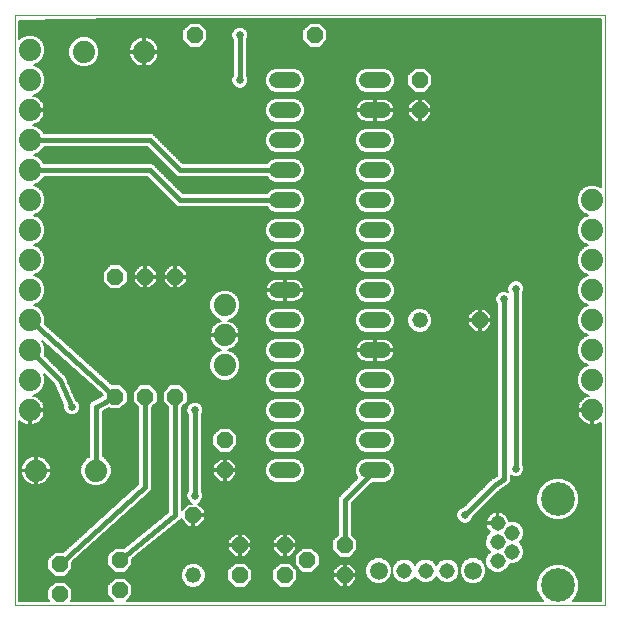
<source format=gbl>
G75*
%MOIN*%
%OFA0B0*%
%FSLAX25Y25*%
%IPPOS*%
%LPD*%
%AMOC8*
5,1,8,0,0,1.08239X$1,22.5*
%
%ADD10C,0.00000*%
%ADD11OC8,0.05200*%
%ADD12C,0.05200*%
%ADD13C,0.05150*%
%ADD14C,0.11220*%
%ADD15C,0.05200*%
%ADD16C,0.07400*%
%ADD17C,0.05937*%
%ADD18C,0.00600*%
%ADD19C,0.02578*%
%ADD20C,0.01600*%
D10*
X0006500Y0006048D02*
X0006500Y0202898D01*
X0203350Y0202898D01*
X0203350Y0006048D01*
X0006500Y0006048D01*
D11*
X0021500Y0009698D03*
X0021500Y0019698D03*
X0041500Y0021048D03*
X0041500Y0011048D03*
X0066000Y0036048D03*
X0076500Y0051048D03*
X0076500Y0061048D03*
X0060000Y0075548D03*
X0050000Y0075548D03*
X0040000Y0075548D03*
X0040000Y0115548D03*
X0050000Y0115548D03*
X0060000Y0115548D03*
X0066500Y0196048D03*
X0106500Y0196048D03*
X0141500Y0181048D03*
X0141500Y0171048D03*
X0161500Y0101048D03*
X0116500Y0026048D03*
X0116500Y0016048D03*
X0104000Y0021048D03*
X0096500Y0016048D03*
X0096500Y0026048D03*
X0081500Y0026048D03*
X0081500Y0016048D03*
D12*
X0066000Y0016048D03*
X0141500Y0101048D03*
D13*
X0167421Y0033347D03*
X0172146Y0030198D03*
X0167421Y0027048D03*
X0172146Y0023898D03*
X0167421Y0020749D03*
X0150626Y0017548D03*
X0143500Y0017548D03*
X0136374Y0017548D03*
D14*
X0187500Y0012678D03*
X0187500Y0041418D03*
D15*
X0129100Y0051048D02*
X0123900Y0051048D01*
X0123900Y0061048D02*
X0129100Y0061048D01*
X0129100Y0071048D02*
X0123900Y0071048D01*
X0123900Y0081048D02*
X0129100Y0081048D01*
X0129100Y0091048D02*
X0123900Y0091048D01*
X0123900Y0101048D02*
X0129100Y0101048D01*
X0129100Y0111048D02*
X0123900Y0111048D01*
X0123900Y0121048D02*
X0129100Y0121048D01*
X0129100Y0131048D02*
X0123900Y0131048D01*
X0123900Y0141048D02*
X0129100Y0141048D01*
X0129100Y0151048D02*
X0123900Y0151048D01*
X0123900Y0161048D02*
X0129100Y0161048D01*
X0129100Y0171048D02*
X0123900Y0171048D01*
X0123900Y0181048D02*
X0129100Y0181048D01*
X0099100Y0181048D02*
X0093900Y0181048D01*
X0093900Y0171048D02*
X0099100Y0171048D01*
X0099100Y0161048D02*
X0093900Y0161048D01*
X0093900Y0151048D02*
X0099100Y0151048D01*
X0099100Y0141048D02*
X0093900Y0141048D01*
X0093900Y0131048D02*
X0099100Y0131048D01*
X0099100Y0121048D02*
X0093900Y0121048D01*
X0093900Y0111048D02*
X0099100Y0111048D01*
X0099100Y0101048D02*
X0093900Y0101048D01*
X0093900Y0091048D02*
X0099100Y0091048D01*
X0099100Y0081048D02*
X0093900Y0081048D01*
X0093900Y0071048D02*
X0099100Y0071048D01*
X0099100Y0061048D02*
X0093900Y0061048D01*
X0093900Y0051048D02*
X0099100Y0051048D01*
D16*
X0076500Y0086048D03*
X0076500Y0096048D03*
X0076500Y0106048D03*
X0033550Y0050948D03*
X0013550Y0050948D03*
X0011500Y0071048D03*
X0011500Y0081048D03*
X0011500Y0091048D03*
X0011500Y0101048D03*
X0011500Y0111048D03*
X0011500Y0121048D03*
X0011500Y0131048D03*
X0011500Y0141048D03*
X0011500Y0151048D03*
X0011500Y0161048D03*
X0011500Y0171048D03*
X0011500Y0181048D03*
X0011500Y0191048D03*
X0029500Y0190548D03*
X0049500Y0190548D03*
X0199000Y0141048D03*
X0199000Y0131048D03*
X0199000Y0121048D03*
X0199000Y0111048D03*
X0199000Y0101048D03*
X0199000Y0091048D03*
X0199000Y0081048D03*
X0199000Y0071048D03*
D17*
X0159248Y0017548D03*
X0127752Y0017548D03*
D18*
X0130951Y0014427D02*
X0133732Y0014427D01*
X0134066Y0014094D02*
X0135563Y0013473D01*
X0137185Y0013473D01*
X0138682Y0014094D01*
X0139828Y0015240D01*
X0139937Y0015502D01*
X0140046Y0015240D01*
X0141192Y0014094D01*
X0142689Y0013473D01*
X0144311Y0013473D01*
X0145808Y0014094D01*
X0146954Y0015240D01*
X0147063Y0015502D01*
X0147172Y0015240D01*
X0148318Y0014094D01*
X0149815Y0013473D01*
X0151437Y0013473D01*
X0152934Y0014094D01*
X0154080Y0015240D01*
X0154701Y0016737D01*
X0154701Y0018359D01*
X0154080Y0019856D01*
X0152934Y0021002D01*
X0151437Y0021623D01*
X0149815Y0021623D01*
X0148318Y0021002D01*
X0147172Y0019856D01*
X0147063Y0019594D01*
X0146954Y0019856D01*
X0145808Y0021002D01*
X0144311Y0021623D01*
X0142689Y0021623D01*
X0141192Y0021002D01*
X0140046Y0019856D01*
X0139937Y0019594D01*
X0139828Y0019856D01*
X0138682Y0021002D01*
X0137185Y0021623D01*
X0135563Y0021623D01*
X0134066Y0021002D01*
X0132920Y0019856D01*
X0132299Y0018359D01*
X0132299Y0016737D01*
X0132920Y0015240D01*
X0134066Y0014094D01*
X0134705Y0013829D02*
X0130352Y0013829D01*
X0130283Y0013760D02*
X0131540Y0015017D01*
X0132220Y0016659D01*
X0132220Y0018437D01*
X0131540Y0020079D01*
X0130283Y0021336D01*
X0128641Y0022017D01*
X0126863Y0022017D01*
X0125221Y0021336D01*
X0123964Y0020079D01*
X0123283Y0018437D01*
X0123283Y0016659D01*
X0123964Y0015017D01*
X0125221Y0013760D01*
X0126863Y0013080D01*
X0128641Y0013080D01*
X0130283Y0013760D01*
X0129004Y0013230D02*
X0157995Y0013230D01*
X0158359Y0013080D02*
X0156717Y0013760D01*
X0155460Y0015017D01*
X0154780Y0016659D01*
X0154780Y0018437D01*
X0155460Y0020079D01*
X0156717Y0021336D01*
X0158359Y0022017D01*
X0160137Y0022017D01*
X0161779Y0021336D01*
X0163036Y0020079D01*
X0163717Y0018437D01*
X0163717Y0016659D01*
X0163036Y0015017D01*
X0161779Y0013760D01*
X0160137Y0013080D01*
X0158359Y0013080D01*
X0156648Y0013829D02*
X0152295Y0013829D01*
X0153268Y0014427D02*
X0156049Y0014427D01*
X0155456Y0015026D02*
X0153866Y0015026D01*
X0154240Y0015624D02*
X0155208Y0015624D01*
X0154960Y0016223D02*
X0154488Y0016223D01*
X0154701Y0016821D02*
X0154780Y0016821D01*
X0154780Y0017420D02*
X0154701Y0017420D01*
X0154701Y0018018D02*
X0154780Y0018018D01*
X0154854Y0018617D02*
X0154594Y0018617D01*
X0154346Y0019215D02*
X0155102Y0019215D01*
X0155350Y0019814D02*
X0154098Y0019814D01*
X0153524Y0020412D02*
X0155793Y0020412D01*
X0156391Y0021011D02*
X0152914Y0021011D01*
X0151469Y0021609D02*
X0157376Y0021609D01*
X0161120Y0021609D02*
X0163367Y0021609D01*
X0163346Y0021559D02*
X0163346Y0019938D01*
X0163967Y0018441D01*
X0165113Y0017294D01*
X0166611Y0016674D01*
X0168232Y0016674D01*
X0169729Y0017294D01*
X0170876Y0018441D01*
X0171449Y0019824D01*
X0172956Y0019824D01*
X0174454Y0020444D01*
X0175600Y0021590D01*
X0176220Y0023088D01*
X0176220Y0024709D01*
X0175600Y0026207D01*
X0174759Y0027048D01*
X0175600Y0027889D01*
X0176220Y0029387D01*
X0176220Y0031008D01*
X0175600Y0032506D01*
X0174454Y0033652D01*
X0172956Y0034272D01*
X0171335Y0034272D01*
X0171199Y0034216D01*
X0171147Y0034477D01*
X0170855Y0035183D01*
X0170431Y0035817D01*
X0169891Y0036357D01*
X0169257Y0036781D01*
X0168551Y0037073D01*
X0167803Y0037222D01*
X0167721Y0037222D01*
X0167721Y0033647D01*
X0167121Y0033647D01*
X0167121Y0033047D01*
X0163546Y0033047D01*
X0163546Y0032966D01*
X0163695Y0032217D01*
X0163987Y0031512D01*
X0164412Y0030877D01*
X0164950Y0030339D01*
X0163967Y0029356D01*
X0163346Y0027859D01*
X0163346Y0026237D01*
X0163967Y0024740D01*
X0164808Y0023898D01*
X0163967Y0023057D01*
X0163346Y0021559D01*
X0163346Y0021011D02*
X0162105Y0021011D01*
X0162703Y0020412D02*
X0163346Y0020412D01*
X0163398Y0019814D02*
X0163146Y0019814D01*
X0163394Y0019215D02*
X0163646Y0019215D01*
X0163642Y0018617D02*
X0163894Y0018617D01*
X0163717Y0018018D02*
X0164389Y0018018D01*
X0164988Y0017420D02*
X0163717Y0017420D01*
X0163717Y0016821D02*
X0166255Y0016821D01*
X0163536Y0016223D02*
X0181272Y0016223D01*
X0181472Y0016706D02*
X0180390Y0014092D01*
X0180390Y0011264D01*
X0181472Y0008650D01*
X0182575Y0007548D01*
X0043798Y0007548D01*
X0045600Y0009350D01*
X0045600Y0012746D01*
X0043198Y0015148D01*
X0039802Y0015148D01*
X0037400Y0012746D01*
X0037400Y0009350D01*
X0039202Y0007548D01*
X0025148Y0007548D01*
X0025600Y0008000D01*
X0025600Y0011396D01*
X0023198Y0013798D01*
X0019802Y0013798D01*
X0017400Y0011396D01*
X0017400Y0008000D01*
X0017852Y0007548D01*
X0008000Y0007548D01*
X0008000Y0067477D01*
X0008243Y0067234D01*
X0008879Y0066772D01*
X0009581Y0066414D01*
X0010329Y0066171D01*
X0011106Y0066048D01*
X0011200Y0066048D01*
X0011200Y0070748D01*
X0011800Y0070748D01*
X0011800Y0066048D01*
X0011894Y0066048D01*
X0012671Y0066171D01*
X0013419Y0066414D01*
X0014121Y0066772D01*
X0014757Y0067234D01*
X0015314Y0067791D01*
X0015776Y0068427D01*
X0016134Y0069129D01*
X0016377Y0069877D01*
X0016500Y0070655D01*
X0016500Y0070748D01*
X0011800Y0070748D01*
X0011800Y0071348D01*
X0016500Y0071348D01*
X0016500Y0071442D01*
X0016377Y0072219D01*
X0016134Y0072967D01*
X0015776Y0073669D01*
X0015314Y0074305D01*
X0014757Y0074862D01*
X0014121Y0075324D01*
X0013419Y0075682D01*
X0012698Y0075916D01*
X0014446Y0076640D01*
X0015908Y0078102D01*
X0016700Y0080014D01*
X0016700Y0082082D01*
X0016337Y0082958D01*
X0019573Y0079722D01*
X0022722Y0072678D01*
X0022711Y0072653D01*
X0022711Y0071543D01*
X0023136Y0070518D01*
X0023920Y0069734D01*
X0024945Y0069309D01*
X0026055Y0069309D01*
X0027080Y0069734D01*
X0027864Y0070518D01*
X0028289Y0071543D01*
X0028289Y0072653D01*
X0027864Y0073678D01*
X0027080Y0074462D01*
X0026936Y0074522D01*
X0023800Y0081539D01*
X0023800Y0082001D01*
X0023427Y0082374D01*
X0023211Y0082856D01*
X0022779Y0083021D01*
X0016433Y0089368D01*
X0016700Y0090014D01*
X0016700Y0092082D01*
X0015908Y0093994D01*
X0015681Y0094221D01*
X0035900Y0076130D01*
X0035900Y0076046D01*
X0032947Y0074547D01*
X0032542Y0074546D01*
X0032130Y0074132D01*
X0031609Y0073868D01*
X0031484Y0073482D01*
X0031198Y0073195D01*
X0031199Y0072611D01*
X0031018Y0072056D01*
X0031201Y0071695D01*
X0031239Y0055619D01*
X0030604Y0055356D01*
X0029142Y0053894D01*
X0028350Y0051982D01*
X0028350Y0049914D01*
X0029142Y0048002D01*
X0030604Y0046540D01*
X0032516Y0045748D01*
X0034584Y0045748D01*
X0036496Y0046540D01*
X0037958Y0048002D01*
X0038750Y0049914D01*
X0038750Y0051982D01*
X0037958Y0053894D01*
X0036496Y0055356D01*
X0035839Y0055628D01*
X0035803Y0070838D01*
X0037865Y0071885D01*
X0038302Y0071448D01*
X0041698Y0071448D01*
X0044100Y0073850D01*
X0044100Y0077246D01*
X0041698Y0079648D01*
X0038867Y0079648D01*
X0016539Y0099625D01*
X0016700Y0100014D01*
X0073453Y0100014D01*
X0073243Y0099862D02*
X0072686Y0099305D01*
X0072224Y0098669D01*
X0071866Y0097967D01*
X0071623Y0097219D01*
X0071500Y0096442D01*
X0071500Y0096348D01*
X0076200Y0096348D01*
X0076200Y0095748D01*
X0071500Y0095748D01*
X0071500Y0095655D01*
X0071623Y0094877D01*
X0071866Y0094129D01*
X0072224Y0093427D01*
X0072686Y0092791D01*
X0073243Y0092234D01*
X0073879Y0091772D01*
X0074581Y0091414D01*
X0075302Y0091180D01*
X0073554Y0090456D01*
X0072092Y0088994D01*
X0071300Y0087082D01*
X0071300Y0085014D01*
X0072092Y0083102D01*
X0073554Y0081640D01*
X0075466Y0080848D01*
X0077534Y0080848D01*
X0079446Y0081640D01*
X0080908Y0083102D01*
X0081700Y0085014D01*
X0081700Y0087082D01*
X0080908Y0088994D01*
X0079446Y0090456D01*
X0077698Y0091180D01*
X0078419Y0091414D01*
X0079121Y0091772D01*
X0079757Y0092234D01*
X0080314Y0092791D01*
X0080776Y0093427D01*
X0081134Y0094129D01*
X0081377Y0094877D01*
X0081500Y0095655D01*
X0081500Y0095748D01*
X0076800Y0095748D01*
X0076800Y0096348D01*
X0081500Y0096348D01*
X0081500Y0096442D01*
X0081377Y0097219D01*
X0081134Y0097967D01*
X0080776Y0098669D01*
X0080314Y0099305D01*
X0079757Y0099862D01*
X0079121Y0100324D01*
X0078419Y0100682D01*
X0077698Y0100916D01*
X0079446Y0101640D01*
X0080908Y0103102D01*
X0081700Y0105014D01*
X0081700Y0107082D01*
X0080908Y0108994D01*
X0079446Y0110456D01*
X0077534Y0111248D01*
X0075466Y0111248D01*
X0073554Y0110456D01*
X0072092Y0108994D01*
X0071300Y0107082D01*
X0071300Y0105014D01*
X0072092Y0103102D01*
X0073554Y0101640D01*
X0075302Y0100916D01*
X0074581Y0100682D01*
X0073879Y0100324D01*
X0073243Y0099862D01*
X0072797Y0099416D02*
X0016774Y0099416D01*
X0016700Y0100014D02*
X0016700Y0102082D01*
X0015908Y0103994D01*
X0014446Y0105456D01*
X0013017Y0106048D01*
X0014446Y0106640D01*
X0015908Y0108102D01*
X0016700Y0110014D01*
X0016700Y0112082D01*
X0015908Y0113994D01*
X0014446Y0115456D01*
X0013017Y0116048D01*
X0014446Y0116640D01*
X0015908Y0118102D01*
X0016700Y0120014D01*
X0016700Y0122082D01*
X0015908Y0123994D01*
X0014446Y0125456D01*
X0013017Y0126048D01*
X0014446Y0126640D01*
X0015908Y0128102D01*
X0016700Y0130014D01*
X0016700Y0132082D01*
X0015908Y0133994D01*
X0014446Y0135456D01*
X0013017Y0136048D01*
X0014446Y0136640D01*
X0015908Y0138102D01*
X0016700Y0140014D01*
X0016700Y0142082D01*
X0015908Y0143994D01*
X0014446Y0145456D01*
X0013017Y0146048D01*
X0014446Y0146640D01*
X0015908Y0148102D01*
X0016176Y0148748D01*
X0050547Y0148748D01*
X0060547Y0138748D01*
X0090415Y0138748D01*
X0090424Y0138726D01*
X0091578Y0137572D01*
X0093084Y0136948D01*
X0099916Y0136948D01*
X0101422Y0137572D01*
X0102576Y0138726D01*
X0103200Y0140232D01*
X0103200Y0141864D01*
X0102576Y0143370D01*
X0101422Y0144524D01*
X0099916Y0145148D01*
X0093084Y0145148D01*
X0091578Y0144524D01*
X0090424Y0143370D01*
X0090415Y0143348D01*
X0062453Y0143348D01*
X0053800Y0152001D01*
X0052453Y0153348D01*
X0016176Y0153348D01*
X0015908Y0153994D01*
X0014446Y0155456D01*
X0013017Y0156048D01*
X0014446Y0156640D01*
X0015908Y0158102D01*
X0016176Y0158748D01*
X0050547Y0158748D01*
X0060547Y0148748D01*
X0090415Y0148748D01*
X0090424Y0148726D01*
X0091578Y0147572D01*
X0093084Y0146948D01*
X0099916Y0146948D01*
X0101422Y0147572D01*
X0102576Y0148726D01*
X0103200Y0150232D01*
X0103200Y0151864D01*
X0102576Y0153370D01*
X0101422Y0154524D01*
X0099916Y0155148D01*
X0093084Y0155148D01*
X0091578Y0154524D01*
X0090424Y0153370D01*
X0090415Y0153348D01*
X0062453Y0153348D01*
X0053800Y0162001D01*
X0052453Y0163348D01*
X0016176Y0163348D01*
X0015908Y0163994D01*
X0014446Y0165456D01*
X0012698Y0166180D01*
X0013419Y0166414D01*
X0014121Y0166772D01*
X0014757Y0167234D01*
X0015314Y0167791D01*
X0015776Y0168427D01*
X0016134Y0169129D01*
X0016377Y0169877D01*
X0016500Y0170655D01*
X0016500Y0170748D01*
X0011800Y0170748D01*
X0011800Y0171348D01*
X0016500Y0171348D01*
X0016500Y0171442D01*
X0016377Y0172219D01*
X0016134Y0172967D01*
X0015776Y0173669D01*
X0015314Y0174305D01*
X0014757Y0174862D01*
X0014121Y0175324D01*
X0013419Y0175682D01*
X0012698Y0175916D01*
X0014446Y0176640D01*
X0015908Y0178102D01*
X0016700Y0180014D01*
X0016700Y0182082D01*
X0015908Y0183994D01*
X0014446Y0185456D01*
X0013017Y0186048D01*
X0014446Y0186640D01*
X0015908Y0188102D01*
X0016700Y0190014D01*
X0016700Y0192082D01*
X0015908Y0193994D01*
X0014446Y0195456D01*
X0012534Y0196248D01*
X0010466Y0196248D01*
X0008554Y0195456D01*
X0008000Y0194902D01*
X0008000Y0200947D01*
X0042010Y0201398D01*
X0201850Y0201398D01*
X0201850Y0145496D01*
X0200034Y0146248D01*
X0197966Y0146248D01*
X0196054Y0145456D01*
X0194592Y0143994D01*
X0193800Y0142082D01*
X0193800Y0140014D01*
X0194592Y0138102D01*
X0196054Y0136640D01*
X0197483Y0136048D01*
X0196054Y0135456D01*
X0194592Y0133994D01*
X0193800Y0132082D01*
X0193800Y0130014D01*
X0194592Y0128102D01*
X0196054Y0126640D01*
X0197483Y0126048D01*
X0196054Y0125456D01*
X0194592Y0123994D01*
X0193800Y0122082D01*
X0193800Y0120014D01*
X0194592Y0118102D01*
X0196054Y0116640D01*
X0197483Y0116048D01*
X0196054Y0115456D01*
X0194592Y0113994D01*
X0193800Y0112082D01*
X0193800Y0110014D01*
X0194592Y0108102D01*
X0196054Y0106640D01*
X0197483Y0106048D01*
X0196054Y0105456D01*
X0194592Y0103994D01*
X0193800Y0102082D01*
X0193800Y0100014D01*
X0175800Y0100014D01*
X0175800Y0099416D02*
X0194048Y0099416D01*
X0193800Y0100014D02*
X0194592Y0098102D01*
X0196054Y0096640D01*
X0197483Y0096048D01*
X0196054Y0095456D01*
X0194592Y0093994D01*
X0193800Y0092082D01*
X0193800Y0090014D01*
X0194592Y0088102D01*
X0196054Y0086640D01*
X0197483Y0086048D01*
X0196054Y0085456D01*
X0194592Y0083994D01*
X0193800Y0082082D01*
X0193800Y0080014D01*
X0194592Y0078102D01*
X0196054Y0076640D01*
X0197802Y0075916D01*
X0197081Y0075682D01*
X0196379Y0075324D01*
X0195743Y0074862D01*
X0195186Y0074305D01*
X0194724Y0073669D01*
X0194366Y0072967D01*
X0194123Y0072219D01*
X0194000Y0071442D01*
X0194000Y0071348D01*
X0198700Y0071348D01*
X0198700Y0070748D01*
X0199300Y0070748D01*
X0199300Y0066048D01*
X0199394Y0066048D01*
X0200171Y0066171D01*
X0200919Y0066414D01*
X0201621Y0066772D01*
X0201850Y0066939D01*
X0201850Y0007548D01*
X0192425Y0007548D01*
X0193528Y0008650D01*
X0194610Y0011264D01*
X0194610Y0014092D01*
X0193528Y0016706D01*
X0191528Y0018706D01*
X0188914Y0019788D01*
X0186086Y0019788D01*
X0183472Y0018706D01*
X0181472Y0016706D01*
X0181588Y0016821D02*
X0168587Y0016821D01*
X0169855Y0017420D02*
X0182186Y0017420D01*
X0182785Y0018018D02*
X0170453Y0018018D01*
X0170949Y0018617D02*
X0183383Y0018617D01*
X0184703Y0019215D02*
X0171197Y0019215D01*
X0171444Y0019814D02*
X0201850Y0019814D01*
X0201850Y0020412D02*
X0174377Y0020412D01*
X0175021Y0021011D02*
X0201850Y0021011D01*
X0201850Y0021609D02*
X0175608Y0021609D01*
X0175856Y0022208D02*
X0201850Y0022208D01*
X0201850Y0022806D02*
X0176104Y0022806D01*
X0176220Y0023405D02*
X0201850Y0023405D01*
X0201850Y0024003D02*
X0176220Y0024003D01*
X0176220Y0024602D02*
X0201850Y0024602D01*
X0201850Y0025200D02*
X0176017Y0025200D01*
X0175769Y0025799D02*
X0201850Y0025799D01*
X0201850Y0026397D02*
X0175409Y0026397D01*
X0174811Y0026996D02*
X0201850Y0026996D01*
X0201850Y0027594D02*
X0175305Y0027594D01*
X0175726Y0028193D02*
X0201850Y0028193D01*
X0201850Y0028791D02*
X0175974Y0028791D01*
X0176220Y0029390D02*
X0201850Y0029390D01*
X0201850Y0029988D02*
X0176220Y0029988D01*
X0176220Y0030587D02*
X0201850Y0030587D01*
X0201850Y0031186D02*
X0176147Y0031186D01*
X0175899Y0031784D02*
X0201850Y0031784D01*
X0201850Y0032383D02*
X0175651Y0032383D01*
X0175125Y0032981D02*
X0201850Y0032981D01*
X0201850Y0033580D02*
X0174526Y0033580D01*
X0173184Y0034178D02*
X0201850Y0034178D01*
X0201850Y0034777D02*
X0190046Y0034777D01*
X0188914Y0034308D02*
X0191528Y0035390D01*
X0193528Y0037390D01*
X0194610Y0040004D01*
X0194610Y0042832D01*
X0193528Y0045446D01*
X0191528Y0047446D01*
X0188914Y0048528D01*
X0186086Y0048528D01*
X0183472Y0047446D01*
X0181472Y0045446D01*
X0180390Y0042832D01*
X0180390Y0040004D01*
X0181472Y0037390D01*
X0183472Y0035390D01*
X0186086Y0034308D01*
X0188914Y0034308D01*
X0191491Y0035375D02*
X0201850Y0035375D01*
X0201850Y0035974D02*
X0192111Y0035974D01*
X0192709Y0036572D02*
X0201850Y0036572D01*
X0201850Y0037171D02*
X0193308Y0037171D01*
X0193685Y0037769D02*
X0201850Y0037769D01*
X0201850Y0038368D02*
X0193933Y0038368D01*
X0194180Y0038966D02*
X0201850Y0038966D01*
X0201850Y0039565D02*
X0194428Y0039565D01*
X0194610Y0040163D02*
X0201850Y0040163D01*
X0201850Y0040762D02*
X0194610Y0040762D01*
X0194610Y0041360D02*
X0201850Y0041360D01*
X0201850Y0041959D02*
X0194610Y0041959D01*
X0194610Y0042557D02*
X0201850Y0042557D01*
X0201850Y0043156D02*
X0194476Y0043156D01*
X0194228Y0043754D02*
X0201850Y0043754D01*
X0201850Y0044353D02*
X0193980Y0044353D01*
X0193733Y0044951D02*
X0201850Y0044951D01*
X0201850Y0045550D02*
X0193424Y0045550D01*
X0192825Y0046148D02*
X0201850Y0046148D01*
X0201850Y0046747D02*
X0192227Y0046747D01*
X0191628Y0047345D02*
X0201850Y0047345D01*
X0201850Y0047944D02*
X0190325Y0047944D01*
X0184675Y0047944D02*
X0171825Y0047944D01*
X0171800Y0047820D02*
X0171942Y0048531D01*
X0171800Y0048744D01*
X0171800Y0049304D01*
X0171920Y0049184D01*
X0172945Y0048759D01*
X0174055Y0048759D01*
X0175080Y0049184D01*
X0175864Y0049968D01*
X0176289Y0050993D01*
X0176289Y0052103D01*
X0175864Y0053128D01*
X0175800Y0053192D01*
X0175800Y0109904D01*
X0175864Y0109968D01*
X0176289Y0110993D01*
X0176289Y0112103D01*
X0175864Y0113128D01*
X0175080Y0113912D01*
X0174055Y0114337D01*
X0172945Y0114337D01*
X0171920Y0113912D01*
X0171136Y0113128D01*
X0170711Y0112103D01*
X0170711Y0110993D01*
X0170925Y0110476D01*
X0170055Y0110837D01*
X0168945Y0110837D01*
X0167920Y0110412D01*
X0167136Y0109628D01*
X0166711Y0108603D01*
X0166711Y0107493D01*
X0167136Y0106468D01*
X0167200Y0106404D01*
X0167200Y0049279D01*
X0165804Y0048348D01*
X0165547Y0048348D01*
X0165035Y0047835D01*
X0164431Y0047433D01*
X0164381Y0047182D01*
X0156036Y0038837D01*
X0155945Y0038837D01*
X0154920Y0038412D01*
X0154136Y0037628D01*
X0153711Y0036603D01*
X0153711Y0035493D01*
X0154136Y0034468D01*
X0154920Y0033684D01*
X0155945Y0033259D01*
X0157055Y0033259D01*
X0158080Y0033684D01*
X0158864Y0034468D01*
X0159289Y0035493D01*
X0159289Y0035584D01*
X0167965Y0044261D01*
X0170196Y0045748D01*
X0170453Y0045748D01*
X0170965Y0046261D01*
X0171568Y0046663D01*
X0171619Y0046914D01*
X0171800Y0047095D01*
X0171800Y0047820D01*
X0171800Y0047345D02*
X0183372Y0047345D01*
X0182773Y0046747D02*
X0171585Y0046747D01*
X0170853Y0046148D02*
X0182175Y0046148D01*
X0181576Y0045550D02*
X0169899Y0045550D01*
X0169001Y0044951D02*
X0181267Y0044951D01*
X0181020Y0044353D02*
X0168103Y0044353D01*
X0167459Y0043754D02*
X0180772Y0043754D01*
X0180524Y0043156D02*
X0166860Y0043156D01*
X0166262Y0042557D02*
X0180390Y0042557D01*
X0180390Y0041959D02*
X0165663Y0041959D01*
X0165065Y0041360D02*
X0180390Y0041360D01*
X0180390Y0040762D02*
X0164466Y0040762D01*
X0163868Y0040163D02*
X0180390Y0040163D01*
X0180572Y0039565D02*
X0163269Y0039565D01*
X0162671Y0038966D02*
X0180820Y0038966D01*
X0181067Y0038368D02*
X0162072Y0038368D01*
X0161474Y0037769D02*
X0181315Y0037769D01*
X0181692Y0037171D02*
X0168061Y0037171D01*
X0167721Y0037171D02*
X0167121Y0037171D01*
X0167121Y0037222D02*
X0167040Y0037222D01*
X0166291Y0037073D01*
X0165586Y0036781D01*
X0164951Y0036357D01*
X0164412Y0035817D01*
X0163987Y0035183D01*
X0163695Y0034477D01*
X0163546Y0033729D01*
X0163546Y0033647D01*
X0167121Y0033647D01*
X0167121Y0037222D01*
X0166781Y0037171D02*
X0160875Y0037171D01*
X0160277Y0036572D02*
X0165273Y0036572D01*
X0164568Y0035974D02*
X0159678Y0035974D01*
X0159240Y0035375D02*
X0164116Y0035375D01*
X0163819Y0034777D02*
X0158992Y0034777D01*
X0158574Y0034178D02*
X0163636Y0034178D01*
X0163546Y0032981D02*
X0118800Y0032981D01*
X0118800Y0032383D02*
X0163662Y0032383D01*
X0163875Y0031784D02*
X0118800Y0031784D01*
X0118800Y0031186D02*
X0164205Y0031186D01*
X0164702Y0030587D02*
X0118800Y0030587D01*
X0118800Y0029988D02*
X0164599Y0029988D01*
X0164001Y0029390D02*
X0118956Y0029390D01*
X0118800Y0029546D02*
X0118800Y0040095D01*
X0125653Y0046948D01*
X0129916Y0046948D01*
X0131422Y0047572D01*
X0132576Y0048726D01*
X0133200Y0050232D01*
X0133200Y0051864D01*
X0132576Y0053370D01*
X0131422Y0054524D01*
X0129916Y0055148D01*
X0123084Y0055148D01*
X0121578Y0054524D01*
X0120424Y0053370D01*
X0119800Y0051864D01*
X0119800Y0050232D01*
X0120424Y0048726D01*
X0120675Y0048475D01*
X0114200Y0042001D01*
X0114200Y0029546D01*
X0112400Y0027746D01*
X0112400Y0024350D01*
X0114802Y0021948D01*
X0118198Y0021948D01*
X0120600Y0024350D01*
X0120600Y0027746D01*
X0118800Y0029546D01*
X0119555Y0028791D02*
X0163733Y0028791D01*
X0163485Y0028193D02*
X0120153Y0028193D01*
X0120600Y0027594D02*
X0163346Y0027594D01*
X0163346Y0026996D02*
X0120600Y0026996D01*
X0120600Y0026397D02*
X0163346Y0026397D01*
X0163528Y0025799D02*
X0120600Y0025799D01*
X0120600Y0025200D02*
X0163776Y0025200D01*
X0164105Y0024602D02*
X0120600Y0024602D01*
X0120254Y0024003D02*
X0164703Y0024003D01*
X0164315Y0023405D02*
X0119655Y0023405D01*
X0119057Y0022806D02*
X0163863Y0022806D01*
X0163615Y0022208D02*
X0118458Y0022208D01*
X0118115Y0019948D02*
X0116800Y0019948D01*
X0116800Y0016348D01*
X0120400Y0016348D01*
X0120400Y0017663D01*
X0118115Y0019948D01*
X0118250Y0019814D02*
X0123854Y0019814D01*
X0123606Y0019215D02*
X0118848Y0019215D01*
X0119447Y0018617D02*
X0123358Y0018617D01*
X0123283Y0018018D02*
X0120045Y0018018D01*
X0120400Y0017420D02*
X0123283Y0017420D01*
X0123283Y0016821D02*
X0120400Y0016821D01*
X0120400Y0015748D02*
X0116800Y0015748D01*
X0116800Y0012148D01*
X0118115Y0012148D01*
X0120400Y0014433D01*
X0120400Y0015748D01*
X0120400Y0015624D02*
X0123712Y0015624D01*
X0123960Y0015026D02*
X0120400Y0015026D01*
X0120395Y0014427D02*
X0124553Y0014427D01*
X0125152Y0013829D02*
X0119796Y0013829D01*
X0119198Y0013230D02*
X0126499Y0013230D01*
X0123464Y0016223D02*
X0116800Y0016223D01*
X0116800Y0016348D02*
X0116800Y0015748D01*
X0116200Y0015748D01*
X0116200Y0012148D01*
X0114885Y0012148D01*
X0112600Y0014433D01*
X0112600Y0015748D01*
X0116200Y0015748D01*
X0116200Y0016348D01*
X0112600Y0016348D01*
X0112600Y0017663D01*
X0114885Y0019948D01*
X0116200Y0019948D01*
X0116200Y0016348D01*
X0116800Y0016348D01*
X0116800Y0016821D02*
X0116200Y0016821D01*
X0116200Y0016223D02*
X0100600Y0016223D01*
X0100600Y0016821D02*
X0112600Y0016821D01*
X0112600Y0017420D02*
X0106170Y0017420D01*
X0105698Y0016948D02*
X0108100Y0019350D01*
X0108100Y0022746D01*
X0105698Y0025148D01*
X0102302Y0025148D01*
X0099900Y0022746D01*
X0099900Y0019350D01*
X0102302Y0016948D01*
X0105698Y0016948D01*
X0106768Y0018018D02*
X0112955Y0018018D01*
X0113553Y0018617D02*
X0107367Y0018617D01*
X0107966Y0019215D02*
X0114152Y0019215D01*
X0114750Y0019814D02*
X0108100Y0019814D01*
X0108100Y0020412D02*
X0124297Y0020412D01*
X0124895Y0021011D02*
X0108100Y0021011D01*
X0108100Y0021609D02*
X0125880Y0021609D01*
X0129624Y0021609D02*
X0135531Y0021609D01*
X0134086Y0021011D02*
X0130609Y0021011D01*
X0131207Y0020412D02*
X0133476Y0020412D01*
X0132902Y0019814D02*
X0131650Y0019814D01*
X0131898Y0019215D02*
X0132654Y0019215D01*
X0132406Y0018617D02*
X0132146Y0018617D01*
X0132220Y0018018D02*
X0132299Y0018018D01*
X0132299Y0017420D02*
X0132220Y0017420D01*
X0132220Y0016821D02*
X0132299Y0016821D01*
X0132512Y0016223D02*
X0132040Y0016223D01*
X0131792Y0015624D02*
X0132760Y0015624D01*
X0133134Y0015026D02*
X0131544Y0015026D01*
X0138043Y0013829D02*
X0141831Y0013829D01*
X0140858Y0014427D02*
X0139016Y0014427D01*
X0139614Y0015026D02*
X0140260Y0015026D01*
X0140028Y0019814D02*
X0139846Y0019814D01*
X0139272Y0020412D02*
X0140602Y0020412D01*
X0141212Y0021011D02*
X0138662Y0021011D01*
X0137217Y0021609D02*
X0142657Y0021609D01*
X0144343Y0021609D02*
X0149783Y0021609D01*
X0148338Y0021011D02*
X0145788Y0021011D01*
X0146398Y0020412D02*
X0147728Y0020412D01*
X0147154Y0019814D02*
X0146972Y0019814D01*
X0146740Y0015026D02*
X0147386Y0015026D01*
X0147984Y0014427D02*
X0146142Y0014427D01*
X0145169Y0013829D02*
X0148957Y0013829D01*
X0160501Y0013230D02*
X0180390Y0013230D01*
X0180390Y0012632D02*
X0118599Y0012632D01*
X0116800Y0012632D02*
X0116200Y0012632D01*
X0116200Y0013230D02*
X0116800Y0013230D01*
X0116800Y0013829D02*
X0116200Y0013829D01*
X0116200Y0014427D02*
X0116800Y0014427D01*
X0116800Y0015026D02*
X0116200Y0015026D01*
X0116200Y0015624D02*
X0116800Y0015624D01*
X0116800Y0017420D02*
X0116200Y0017420D01*
X0116200Y0018018D02*
X0116800Y0018018D01*
X0116800Y0018617D02*
X0116200Y0018617D01*
X0116200Y0019215D02*
X0116800Y0019215D01*
X0116800Y0019814D02*
X0116200Y0019814D01*
X0114542Y0022208D02*
X0108100Y0022208D01*
X0108040Y0022806D02*
X0113943Y0022806D01*
X0113345Y0023405D02*
X0107441Y0023405D01*
X0106843Y0024003D02*
X0112746Y0024003D01*
X0112400Y0024602D02*
X0106244Y0024602D01*
X0101756Y0024602D02*
X0100400Y0024602D01*
X0100400Y0024433D02*
X0100400Y0025748D01*
X0096800Y0025748D01*
X0096800Y0022148D01*
X0098115Y0022148D01*
X0100400Y0024433D01*
X0099971Y0024003D02*
X0101157Y0024003D01*
X0100559Y0023405D02*
X0099372Y0023405D01*
X0099960Y0022806D02*
X0098774Y0022806D01*
X0098175Y0022208D02*
X0099900Y0022208D01*
X0099900Y0021609D02*
X0045844Y0021609D01*
X0045600Y0021411D02*
X0060815Y0033748D01*
X0060953Y0033748D01*
X0061542Y0034337D01*
X0062100Y0034790D01*
X0062100Y0034433D01*
X0064385Y0032148D01*
X0065700Y0032148D01*
X0065700Y0035748D01*
X0066300Y0035748D01*
X0066300Y0032148D01*
X0067615Y0032148D01*
X0069900Y0034433D01*
X0069900Y0035748D01*
X0066300Y0035748D01*
X0066300Y0036348D01*
X0069900Y0036348D01*
X0069900Y0037663D01*
X0067615Y0039948D01*
X0067511Y0039948D01*
X0068080Y0040184D01*
X0068864Y0040968D01*
X0069289Y0041993D01*
X0069289Y0043103D01*
X0068864Y0044128D01*
X0068800Y0044192D01*
X0068800Y0069404D01*
X0068864Y0069468D01*
X0069289Y0070493D01*
X0069289Y0071603D01*
X0068864Y0072628D01*
X0068080Y0073412D01*
X0067055Y0073837D01*
X0065945Y0073837D01*
X0064920Y0073412D01*
X0064136Y0072628D01*
X0063711Y0071603D01*
X0063711Y0070493D01*
X0064136Y0069468D01*
X0064200Y0069404D01*
X0064200Y0044192D01*
X0064136Y0044128D01*
X0063711Y0043103D01*
X0063711Y0041993D01*
X0064136Y0040968D01*
X0064920Y0040184D01*
X0065489Y0039948D01*
X0064385Y0039948D01*
X0062300Y0037863D01*
X0062300Y0072050D01*
X0064100Y0073850D01*
X0064100Y0077246D01*
X0061698Y0079648D01*
X0058302Y0079648D01*
X0055900Y0077246D01*
X0055900Y0073850D01*
X0057700Y0072050D01*
X0057700Y0037144D01*
X0042905Y0025148D01*
X0039802Y0025148D01*
X0037400Y0022746D01*
X0037400Y0019350D01*
X0039802Y0016948D01*
X0043198Y0016948D01*
X0045600Y0019350D01*
X0045600Y0021411D01*
X0045600Y0021011D02*
X0099900Y0021011D01*
X0099900Y0020412D02*
X0045600Y0020412D01*
X0045600Y0019814D02*
X0064378Y0019814D01*
X0063678Y0019524D02*
X0062524Y0018370D01*
X0061900Y0016864D01*
X0061900Y0015232D01*
X0062524Y0013726D01*
X0063678Y0012572D01*
X0065184Y0011948D01*
X0066816Y0011948D01*
X0068322Y0012572D01*
X0069476Y0013726D01*
X0070100Y0015232D01*
X0070100Y0016864D01*
X0069476Y0018370D01*
X0068322Y0019524D01*
X0066816Y0020148D01*
X0065184Y0020148D01*
X0063678Y0019524D01*
X0063369Y0019215D02*
X0045466Y0019215D01*
X0044867Y0018617D02*
X0062770Y0018617D01*
X0062378Y0018018D02*
X0044268Y0018018D01*
X0043670Y0017420D02*
X0062130Y0017420D01*
X0061900Y0016821D02*
X0024421Y0016821D01*
X0023823Y0016223D02*
X0061900Y0016223D01*
X0061900Y0015624D02*
X0023224Y0015624D01*
X0023198Y0015598D02*
X0025600Y0018000D01*
X0025600Y0020312D01*
X0050888Y0043248D01*
X0050953Y0043248D01*
X0051587Y0043882D01*
X0052251Y0044484D01*
X0052254Y0044549D01*
X0052300Y0044595D01*
X0052300Y0045492D01*
X0052344Y0046388D01*
X0052300Y0046436D01*
X0052300Y0072050D01*
X0054100Y0073850D01*
X0054100Y0077246D01*
X0051698Y0079648D01*
X0048302Y0079648D01*
X0045900Y0077246D01*
X0045900Y0073850D01*
X0047700Y0072050D01*
X0047700Y0046567D01*
X0022597Y0023798D01*
X0019802Y0023798D01*
X0017400Y0021396D01*
X0017400Y0018000D01*
X0019802Y0015598D01*
X0023198Y0015598D01*
X0023766Y0013230D02*
X0037884Y0013230D01*
X0037400Y0012632D02*
X0024365Y0012632D01*
X0024963Y0012033D02*
X0037400Y0012033D01*
X0037400Y0011435D02*
X0025562Y0011435D01*
X0025600Y0010836D02*
X0037400Y0010836D01*
X0037400Y0010238D02*
X0025600Y0010238D01*
X0025600Y0009639D02*
X0037400Y0009639D01*
X0037709Y0009041D02*
X0025600Y0009041D01*
X0025600Y0008442D02*
X0038308Y0008442D01*
X0038906Y0007844D02*
X0025444Y0007844D01*
X0019234Y0013230D02*
X0008000Y0013230D01*
X0008000Y0012632D02*
X0018635Y0012632D01*
X0018037Y0012033D02*
X0008000Y0012033D01*
X0008000Y0011435D02*
X0017438Y0011435D01*
X0017400Y0010836D02*
X0008000Y0010836D01*
X0008000Y0010238D02*
X0017400Y0010238D01*
X0017400Y0009639D02*
X0008000Y0009639D01*
X0008000Y0009041D02*
X0017400Y0009041D01*
X0017400Y0008442D02*
X0008000Y0008442D01*
X0008000Y0007844D02*
X0017556Y0007844D01*
X0019776Y0015624D02*
X0008000Y0015624D01*
X0008000Y0015026D02*
X0039679Y0015026D01*
X0039081Y0014427D02*
X0008000Y0014427D01*
X0008000Y0013829D02*
X0038482Y0013829D01*
X0039330Y0017420D02*
X0025020Y0017420D01*
X0025600Y0018018D02*
X0038731Y0018018D01*
X0038133Y0018617D02*
X0025600Y0018617D01*
X0025600Y0019215D02*
X0037534Y0019215D01*
X0037400Y0019814D02*
X0025600Y0019814D01*
X0025711Y0020412D02*
X0037400Y0020412D01*
X0037400Y0021011D02*
X0026371Y0021011D01*
X0027031Y0021609D02*
X0037400Y0021609D01*
X0037400Y0022208D02*
X0027691Y0022208D01*
X0028350Y0022806D02*
X0037460Y0022806D01*
X0038059Y0023405D02*
X0029010Y0023405D01*
X0029670Y0024003D02*
X0038657Y0024003D01*
X0039256Y0024602D02*
X0030330Y0024602D01*
X0030990Y0025200D02*
X0042969Y0025200D01*
X0043707Y0025799D02*
X0031650Y0025799D01*
X0032310Y0026397D02*
X0044446Y0026397D01*
X0045184Y0026996D02*
X0032970Y0026996D01*
X0033629Y0027594D02*
X0045922Y0027594D01*
X0046660Y0028193D02*
X0034289Y0028193D01*
X0034949Y0028791D02*
X0047398Y0028791D01*
X0048136Y0029390D02*
X0035609Y0029390D01*
X0036269Y0029988D02*
X0048875Y0029988D01*
X0049613Y0030587D02*
X0036929Y0030587D01*
X0037589Y0031186D02*
X0050351Y0031186D01*
X0051089Y0031784D02*
X0038248Y0031784D01*
X0038908Y0032383D02*
X0051827Y0032383D01*
X0052565Y0032981D02*
X0039568Y0032981D01*
X0040228Y0033580D02*
X0053304Y0033580D01*
X0054042Y0034178D02*
X0040888Y0034178D01*
X0041548Y0034777D02*
X0054780Y0034777D01*
X0055518Y0035375D02*
X0042208Y0035375D01*
X0042868Y0035974D02*
X0056256Y0035974D01*
X0056994Y0036572D02*
X0043527Y0036572D01*
X0044187Y0037171D02*
X0057700Y0037171D01*
X0057700Y0037769D02*
X0044847Y0037769D01*
X0045507Y0038368D02*
X0057700Y0038368D01*
X0057700Y0038966D02*
X0046167Y0038966D01*
X0046827Y0039565D02*
X0057700Y0039565D01*
X0057700Y0040163D02*
X0047487Y0040163D01*
X0048146Y0040762D02*
X0057700Y0040762D01*
X0057700Y0041360D02*
X0048806Y0041360D01*
X0049466Y0041959D02*
X0057700Y0041959D01*
X0057700Y0042557D02*
X0050126Y0042557D01*
X0050786Y0043156D02*
X0057700Y0043156D01*
X0057700Y0043754D02*
X0051459Y0043754D01*
X0052106Y0044353D02*
X0057700Y0044353D01*
X0057700Y0044951D02*
X0052300Y0044951D01*
X0052303Y0045550D02*
X0057700Y0045550D01*
X0057700Y0046148D02*
X0052332Y0046148D01*
X0052300Y0046747D02*
X0057700Y0046747D01*
X0057700Y0047345D02*
X0052300Y0047345D01*
X0052300Y0047944D02*
X0057700Y0047944D01*
X0057700Y0048542D02*
X0052300Y0048542D01*
X0052300Y0049141D02*
X0057700Y0049141D01*
X0057700Y0049739D02*
X0052300Y0049739D01*
X0052300Y0050338D02*
X0057700Y0050338D01*
X0057700Y0050936D02*
X0052300Y0050936D01*
X0052300Y0051535D02*
X0057700Y0051535D01*
X0057700Y0052133D02*
X0052300Y0052133D01*
X0052300Y0052732D02*
X0057700Y0052732D01*
X0057700Y0053330D02*
X0052300Y0053330D01*
X0052300Y0053929D02*
X0057700Y0053929D01*
X0057700Y0054527D02*
X0052300Y0054527D01*
X0052300Y0055126D02*
X0057700Y0055126D01*
X0057700Y0055724D02*
X0052300Y0055724D01*
X0052300Y0056323D02*
X0057700Y0056323D01*
X0057700Y0056921D02*
X0052300Y0056921D01*
X0052300Y0057520D02*
X0057700Y0057520D01*
X0057700Y0058119D02*
X0052300Y0058119D01*
X0052300Y0058717D02*
X0057700Y0058717D01*
X0057700Y0059316D02*
X0052300Y0059316D01*
X0052300Y0059914D02*
X0057700Y0059914D01*
X0057700Y0060513D02*
X0052300Y0060513D01*
X0052300Y0061111D02*
X0057700Y0061111D01*
X0057700Y0061710D02*
X0052300Y0061710D01*
X0052300Y0062308D02*
X0057700Y0062308D01*
X0057700Y0062907D02*
X0052300Y0062907D01*
X0052300Y0063505D02*
X0057700Y0063505D01*
X0057700Y0064104D02*
X0052300Y0064104D01*
X0052300Y0064702D02*
X0057700Y0064702D01*
X0057700Y0065301D02*
X0052300Y0065301D01*
X0052300Y0065899D02*
X0057700Y0065899D01*
X0057700Y0066498D02*
X0052300Y0066498D01*
X0052300Y0067096D02*
X0057700Y0067096D01*
X0057700Y0067695D02*
X0052300Y0067695D01*
X0052300Y0068293D02*
X0057700Y0068293D01*
X0057700Y0068892D02*
X0052300Y0068892D01*
X0052300Y0069490D02*
X0057700Y0069490D01*
X0057700Y0070089D02*
X0052300Y0070089D01*
X0052300Y0070687D02*
X0057700Y0070687D01*
X0057700Y0071286D02*
X0052300Y0071286D01*
X0052300Y0071884D02*
X0057700Y0071884D01*
X0057267Y0072483D02*
X0052733Y0072483D01*
X0053332Y0073081D02*
X0056668Y0073081D01*
X0056070Y0073680D02*
X0053930Y0073680D01*
X0054100Y0074278D02*
X0055900Y0074278D01*
X0055900Y0074877D02*
X0054100Y0074877D01*
X0054100Y0075475D02*
X0055900Y0075475D01*
X0055900Y0076074D02*
X0054100Y0076074D01*
X0054100Y0076672D02*
X0055900Y0076672D01*
X0055925Y0077271D02*
X0054075Y0077271D01*
X0053477Y0077869D02*
X0056523Y0077869D01*
X0057122Y0078468D02*
X0052878Y0078468D01*
X0052280Y0079066D02*
X0057720Y0079066D01*
X0062280Y0079066D02*
X0090283Y0079066D01*
X0090424Y0078726D02*
X0089800Y0080232D01*
X0089800Y0081864D01*
X0090424Y0083370D01*
X0091578Y0084524D01*
X0093084Y0085148D01*
X0099916Y0085148D01*
X0101422Y0084524D01*
X0102576Y0083370D01*
X0103200Y0081864D01*
X0103200Y0080232D01*
X0102576Y0078726D01*
X0101422Y0077572D01*
X0099916Y0076948D01*
X0093084Y0076948D01*
X0091578Y0077572D01*
X0090424Y0078726D01*
X0090682Y0078468D02*
X0062878Y0078468D01*
X0063477Y0077869D02*
X0091280Y0077869D01*
X0092305Y0077271D02*
X0064075Y0077271D01*
X0064100Y0076672D02*
X0167200Y0076672D01*
X0167200Y0076074D02*
X0064100Y0076074D01*
X0064100Y0075475D02*
X0167200Y0075475D01*
X0167200Y0074877D02*
X0130570Y0074877D01*
X0129916Y0075148D02*
X0131422Y0074524D01*
X0132576Y0073370D01*
X0133200Y0071864D01*
X0133200Y0070232D01*
X0132576Y0068726D01*
X0131422Y0067572D01*
X0129916Y0066948D01*
X0123084Y0066948D01*
X0121578Y0067572D01*
X0120424Y0068726D01*
X0119800Y0070232D01*
X0119800Y0071864D01*
X0120424Y0073370D01*
X0121578Y0074524D01*
X0123084Y0075148D01*
X0129916Y0075148D01*
X0129916Y0076948D02*
X0131422Y0077572D01*
X0132576Y0078726D01*
X0133200Y0080232D01*
X0133200Y0081864D01*
X0132576Y0083370D01*
X0131422Y0084524D01*
X0129916Y0085148D01*
X0123084Y0085148D01*
X0121578Y0084524D01*
X0120424Y0083370D01*
X0119800Y0081864D01*
X0119800Y0080232D01*
X0120424Y0078726D01*
X0121578Y0077572D01*
X0123084Y0076948D01*
X0129916Y0076948D01*
X0130695Y0077271D02*
X0167200Y0077271D01*
X0167200Y0077869D02*
X0131720Y0077869D01*
X0132318Y0078468D02*
X0167200Y0078468D01*
X0167200Y0079066D02*
X0132717Y0079066D01*
X0132965Y0079665D02*
X0167200Y0079665D01*
X0167200Y0080263D02*
X0133200Y0080263D01*
X0133200Y0080862D02*
X0167200Y0080862D01*
X0167200Y0081460D02*
X0133200Y0081460D01*
X0133119Y0082059D02*
X0167200Y0082059D01*
X0167200Y0082657D02*
X0132871Y0082657D01*
X0132623Y0083256D02*
X0167200Y0083256D01*
X0167200Y0083855D02*
X0132092Y0083855D01*
X0131493Y0084453D02*
X0167200Y0084453D01*
X0167200Y0085052D02*
X0130148Y0085052D01*
X0129484Y0087148D02*
X0130238Y0087298D01*
X0130947Y0087592D01*
X0131586Y0088019D01*
X0132129Y0088562D01*
X0132556Y0089201D01*
X0132850Y0089910D01*
X0133000Y0090664D01*
X0133000Y0090748D01*
X0126800Y0090748D01*
X0126800Y0087148D01*
X0129484Y0087148D01*
X0130594Y0087446D02*
X0167200Y0087446D01*
X0167200Y0088044D02*
X0131611Y0088044D01*
X0132183Y0088643D02*
X0167200Y0088643D01*
X0167200Y0089241D02*
X0132573Y0089241D01*
X0132821Y0089840D02*
X0167200Y0089840D01*
X0167200Y0090438D02*
X0132955Y0090438D01*
X0133000Y0091348D02*
X0133000Y0091432D01*
X0132850Y0092186D01*
X0132556Y0092895D01*
X0132129Y0093534D01*
X0131586Y0094077D01*
X0130947Y0094504D01*
X0130238Y0094798D01*
X0129484Y0094948D01*
X0126800Y0094948D01*
X0126800Y0091348D01*
X0133000Y0091348D01*
X0132960Y0091635D02*
X0167200Y0091635D01*
X0167200Y0091037D02*
X0126800Y0091037D01*
X0126800Y0090748D02*
X0126800Y0091348D01*
X0126200Y0091348D01*
X0126200Y0090748D01*
X0126800Y0090748D01*
X0126800Y0090438D02*
X0126200Y0090438D01*
X0126200Y0090748D02*
X0126200Y0087148D01*
X0123516Y0087148D01*
X0122762Y0087298D01*
X0122053Y0087592D01*
X0121414Y0088019D01*
X0120871Y0088562D01*
X0120444Y0089201D01*
X0120150Y0089910D01*
X0120000Y0090664D01*
X0120000Y0090748D01*
X0126200Y0090748D01*
X0126200Y0091037D02*
X0103200Y0091037D01*
X0103200Y0091635D02*
X0120040Y0091635D01*
X0120000Y0091432D02*
X0120000Y0091348D01*
X0126200Y0091348D01*
X0126200Y0094948D01*
X0123516Y0094948D01*
X0122762Y0094798D01*
X0122053Y0094504D01*
X0121414Y0094077D01*
X0120871Y0093534D01*
X0120444Y0092895D01*
X0120150Y0092186D01*
X0120000Y0091432D01*
X0120170Y0092234D02*
X0103047Y0092234D01*
X0103200Y0091864D02*
X0102576Y0093370D01*
X0101422Y0094524D01*
X0099916Y0095148D01*
X0093084Y0095148D01*
X0091578Y0094524D01*
X0090424Y0093370D01*
X0089800Y0091864D01*
X0089800Y0090232D01*
X0090424Y0088726D01*
X0091578Y0087572D01*
X0093084Y0086948D01*
X0099916Y0086948D01*
X0101422Y0087572D01*
X0102576Y0088726D01*
X0103200Y0090232D01*
X0103200Y0091864D01*
X0102799Y0092832D02*
X0120418Y0092832D01*
X0120802Y0093431D02*
X0102516Y0093431D01*
X0101917Y0094029D02*
X0121366Y0094029D01*
X0122351Y0094628D02*
X0101172Y0094628D01*
X0100094Y0097022D02*
X0122906Y0097022D01*
X0123084Y0096948D02*
X0129916Y0096948D01*
X0131422Y0097572D01*
X0132576Y0098726D01*
X0133200Y0100232D01*
X0133200Y0101864D01*
X0132576Y0103370D01*
X0131422Y0104524D01*
X0129916Y0105148D01*
X0123084Y0105148D01*
X0121578Y0104524D01*
X0120424Y0103370D01*
X0119800Y0101864D01*
X0119800Y0100232D01*
X0120424Y0098726D01*
X0121578Y0097572D01*
X0123084Y0096948D01*
X0121529Y0097620D02*
X0101470Y0097620D01*
X0101422Y0097572D02*
X0102576Y0098726D01*
X0103200Y0100232D01*
X0103200Y0101864D01*
X0102576Y0103370D01*
X0101422Y0104524D01*
X0099916Y0105148D01*
X0093084Y0105148D01*
X0091578Y0104524D01*
X0090424Y0103370D01*
X0089800Y0101864D01*
X0089800Y0100232D01*
X0090424Y0098726D01*
X0091578Y0097572D01*
X0093084Y0096948D01*
X0099916Y0096948D01*
X0101422Y0097572D01*
X0102069Y0098219D02*
X0120931Y0098219D01*
X0120386Y0098817D02*
X0102614Y0098817D01*
X0102862Y0099416D02*
X0120138Y0099416D01*
X0119890Y0100014D02*
X0103110Y0100014D01*
X0103200Y0100613D02*
X0119800Y0100613D01*
X0119800Y0101211D02*
X0103200Y0101211D01*
X0103200Y0101810D02*
X0119800Y0101810D01*
X0120026Y0102408D02*
X0102974Y0102408D01*
X0102726Y0103007D02*
X0120274Y0103007D01*
X0120659Y0103605D02*
X0102341Y0103605D01*
X0101742Y0104204D02*
X0121258Y0104204D01*
X0122250Y0104802D02*
X0100750Y0104802D01*
X0100238Y0107298D02*
X0100947Y0107592D01*
X0101586Y0108019D01*
X0102129Y0108562D01*
X0102556Y0109201D01*
X0102850Y0109910D01*
X0103000Y0110664D01*
X0103000Y0110748D01*
X0096800Y0110748D01*
X0096800Y0107148D01*
X0099484Y0107148D01*
X0100238Y0107298D01*
X0099727Y0107196D02*
X0122485Y0107196D01*
X0123084Y0106948D02*
X0129916Y0106948D01*
X0131422Y0107572D01*
X0132576Y0108726D01*
X0133200Y0110232D01*
X0133200Y0111864D01*
X0132576Y0113370D01*
X0131422Y0114524D01*
X0129916Y0115148D01*
X0123084Y0115148D01*
X0121578Y0114524D01*
X0120424Y0113370D01*
X0119800Y0111864D01*
X0119800Y0110232D01*
X0120424Y0108726D01*
X0121578Y0107572D01*
X0123084Y0106948D01*
X0121355Y0107795D02*
X0101251Y0107795D01*
X0101961Y0108393D02*
X0120756Y0108393D01*
X0120314Y0108992D02*
X0102417Y0108992D01*
X0102718Y0109590D02*
X0120066Y0109590D01*
X0119818Y0110189D02*
X0102906Y0110189D01*
X0103000Y0111348D02*
X0103000Y0111432D01*
X0102850Y0112186D01*
X0102556Y0112895D01*
X0102129Y0113534D01*
X0101586Y0114077D01*
X0100947Y0114504D01*
X0100238Y0114798D01*
X0099484Y0114948D01*
X0096800Y0114948D01*
X0096800Y0111348D01*
X0103000Y0111348D01*
X0103000Y0111386D02*
X0119800Y0111386D01*
X0119800Y0110788D02*
X0096800Y0110788D01*
X0096800Y0110748D02*
X0096800Y0111348D01*
X0096200Y0111348D01*
X0096200Y0110748D01*
X0096800Y0110748D01*
X0096800Y0110189D02*
X0096200Y0110189D01*
X0096200Y0110748D02*
X0096200Y0107148D01*
X0093516Y0107148D01*
X0092762Y0107298D01*
X0092053Y0107592D01*
X0091414Y0108019D01*
X0090871Y0108562D01*
X0090444Y0109201D01*
X0090150Y0109910D01*
X0090000Y0110664D01*
X0090000Y0110748D01*
X0096200Y0110748D01*
X0096200Y0110788D02*
X0078646Y0110788D01*
X0079713Y0110189D02*
X0090094Y0110189D01*
X0090282Y0109590D02*
X0080311Y0109590D01*
X0080909Y0108992D02*
X0090583Y0108992D01*
X0091039Y0108393D02*
X0081157Y0108393D01*
X0081405Y0107795D02*
X0091749Y0107795D01*
X0093272Y0107196D02*
X0081653Y0107196D01*
X0081700Y0106598D02*
X0167082Y0106598D01*
X0167200Y0105999D02*
X0081700Y0105999D01*
X0081700Y0105401D02*
X0167200Y0105401D01*
X0167200Y0104802D02*
X0163261Y0104802D01*
X0163115Y0104948D02*
X0161800Y0104948D01*
X0161800Y0101348D01*
X0165400Y0101348D01*
X0165400Y0102663D01*
X0163115Y0104948D01*
X0163860Y0104204D02*
X0167200Y0104204D01*
X0167200Y0103605D02*
X0164458Y0103605D01*
X0165057Y0103007D02*
X0167200Y0103007D01*
X0167200Y0102408D02*
X0165400Y0102408D01*
X0165400Y0101810D02*
X0167200Y0101810D01*
X0167200Y0101211D02*
X0161800Y0101211D01*
X0161800Y0101348D02*
X0161800Y0100748D01*
X0161800Y0097148D01*
X0163115Y0097148D01*
X0165400Y0099433D01*
X0165400Y0100748D01*
X0161800Y0100748D01*
X0161200Y0100748D01*
X0161200Y0097148D01*
X0159885Y0097148D01*
X0157600Y0099433D01*
X0157600Y0100748D01*
X0161200Y0100748D01*
X0161200Y0101348D01*
X0157600Y0101348D01*
X0157600Y0102663D01*
X0159885Y0104948D01*
X0161200Y0104948D01*
X0161200Y0101348D01*
X0161800Y0101348D01*
X0161800Y0101810D02*
X0161200Y0101810D01*
X0161200Y0102408D02*
X0161800Y0102408D01*
X0161800Y0103007D02*
X0161200Y0103007D01*
X0161200Y0103605D02*
X0161800Y0103605D01*
X0161800Y0104204D02*
X0161200Y0104204D01*
X0161200Y0104802D02*
X0161800Y0104802D01*
X0159739Y0104802D02*
X0143150Y0104802D01*
X0143822Y0104524D02*
X0142316Y0105148D01*
X0140684Y0105148D01*
X0139178Y0104524D01*
X0138024Y0103370D01*
X0137400Y0101864D01*
X0137400Y0100232D01*
X0138024Y0098726D01*
X0139178Y0097572D01*
X0140684Y0096948D01*
X0142316Y0096948D01*
X0143822Y0097572D01*
X0144976Y0098726D01*
X0145600Y0100232D01*
X0145600Y0101864D01*
X0144976Y0103370D01*
X0143822Y0104524D01*
X0144142Y0104204D02*
X0159140Y0104204D01*
X0158542Y0103605D02*
X0144741Y0103605D01*
X0145126Y0103007D02*
X0157943Y0103007D01*
X0157600Y0102408D02*
X0145374Y0102408D01*
X0145600Y0101810D02*
X0157600Y0101810D01*
X0157600Y0100613D02*
X0145600Y0100613D01*
X0145600Y0101211D02*
X0161200Y0101211D01*
X0161200Y0100613D02*
X0161800Y0100613D01*
X0161800Y0100014D02*
X0161200Y0100014D01*
X0161200Y0099416D02*
X0161800Y0099416D01*
X0161800Y0098817D02*
X0161200Y0098817D01*
X0161200Y0098219D02*
X0161800Y0098219D01*
X0161800Y0097620D02*
X0161200Y0097620D01*
X0159412Y0097620D02*
X0143870Y0097620D01*
X0144469Y0098219D02*
X0158814Y0098219D01*
X0158215Y0098817D02*
X0145014Y0098817D01*
X0145262Y0099416D02*
X0157617Y0099416D01*
X0157600Y0100014D02*
X0145510Y0100014D01*
X0142494Y0097022D02*
X0167200Y0097022D01*
X0167200Y0097620D02*
X0163588Y0097620D01*
X0164186Y0098219D02*
X0167200Y0098219D01*
X0167200Y0098817D02*
X0164785Y0098817D01*
X0165383Y0099416D02*
X0167200Y0099416D01*
X0167200Y0100014D02*
X0165400Y0100014D01*
X0165400Y0100613D02*
X0167200Y0100613D01*
X0167200Y0096423D02*
X0081500Y0096423D01*
X0081408Y0097022D02*
X0092906Y0097022D01*
X0091529Y0097620D02*
X0081246Y0097620D01*
X0081006Y0098219D02*
X0090931Y0098219D01*
X0090386Y0098817D02*
X0080668Y0098817D01*
X0080203Y0099416D02*
X0090138Y0099416D01*
X0089890Y0100014D02*
X0079547Y0100014D01*
X0078555Y0100613D02*
X0089800Y0100613D01*
X0089800Y0101211D02*
X0078411Y0101211D01*
X0079616Y0101810D02*
X0089800Y0101810D01*
X0090026Y0102408D02*
X0080214Y0102408D01*
X0080813Y0103007D02*
X0090274Y0103007D01*
X0090659Y0103605D02*
X0081117Y0103605D01*
X0081365Y0104204D02*
X0091258Y0104204D01*
X0092250Y0104802D02*
X0081612Y0104802D01*
X0074589Y0101211D02*
X0016700Y0101211D01*
X0016700Y0100613D02*
X0074445Y0100613D01*
X0073384Y0101810D02*
X0016700Y0101810D01*
X0016565Y0102408D02*
X0072786Y0102408D01*
X0072187Y0103007D02*
X0016317Y0103007D01*
X0016069Y0103605D02*
X0071883Y0103605D01*
X0071635Y0104204D02*
X0015698Y0104204D01*
X0015100Y0104802D02*
X0071388Y0104802D01*
X0071300Y0105401D02*
X0014501Y0105401D01*
X0014345Y0106598D02*
X0071300Y0106598D01*
X0071300Y0105999D02*
X0013134Y0105999D01*
X0015002Y0107196D02*
X0071347Y0107196D01*
X0071595Y0107795D02*
X0015601Y0107795D01*
X0016029Y0108393D02*
X0071843Y0108393D01*
X0072091Y0108992D02*
X0016277Y0108992D01*
X0016525Y0109590D02*
X0072689Y0109590D01*
X0073287Y0110189D02*
X0016700Y0110189D01*
X0016700Y0110788D02*
X0074354Y0110788D01*
X0063900Y0113933D02*
X0063900Y0115248D01*
X0060300Y0115248D01*
X0060300Y0111648D01*
X0061615Y0111648D01*
X0063900Y0113933D01*
X0063747Y0113780D02*
X0091117Y0113780D01*
X0090871Y0113534D02*
X0090444Y0112895D01*
X0090150Y0112186D01*
X0090000Y0111432D01*
X0090000Y0111348D01*
X0096200Y0111348D01*
X0096200Y0114948D01*
X0093516Y0114948D01*
X0092762Y0114798D01*
X0092053Y0114504D01*
X0091414Y0114077D01*
X0090871Y0113534D01*
X0090635Y0113182D02*
X0063149Y0113182D01*
X0062550Y0112583D02*
X0090315Y0112583D01*
X0090110Y0111985D02*
X0061952Y0111985D01*
X0060300Y0111985D02*
X0059700Y0111985D01*
X0059700Y0111648D02*
X0059700Y0115248D01*
X0060300Y0115248D01*
X0060300Y0115848D01*
X0063900Y0115848D01*
X0063900Y0117163D01*
X0061615Y0119448D01*
X0060300Y0119448D01*
X0060300Y0115848D01*
X0059700Y0115848D01*
X0059700Y0115248D01*
X0056100Y0115248D01*
X0056100Y0113933D01*
X0058385Y0111648D01*
X0059700Y0111648D01*
X0059700Y0112583D02*
X0060300Y0112583D01*
X0060300Y0113182D02*
X0059700Y0113182D01*
X0059700Y0113780D02*
X0060300Y0113780D01*
X0060300Y0114379D02*
X0059700Y0114379D01*
X0059700Y0114977D02*
X0060300Y0114977D01*
X0060300Y0115576D02*
X0196342Y0115576D01*
X0195575Y0114977D02*
X0130328Y0114977D01*
X0131568Y0114379D02*
X0194977Y0114379D01*
X0194503Y0113780D02*
X0175212Y0113780D01*
X0175811Y0113182D02*
X0194255Y0113182D01*
X0194007Y0112583D02*
X0176090Y0112583D01*
X0176289Y0111985D02*
X0193800Y0111985D01*
X0193800Y0111386D02*
X0176289Y0111386D01*
X0176204Y0110788D02*
X0193800Y0110788D01*
X0193800Y0110189D02*
X0175956Y0110189D01*
X0175800Y0109590D02*
X0193975Y0109590D01*
X0194223Y0108992D02*
X0175800Y0108992D01*
X0175800Y0108393D02*
X0194471Y0108393D01*
X0194899Y0107795D02*
X0175800Y0107795D01*
X0175800Y0107196D02*
X0195498Y0107196D01*
X0196155Y0106598D02*
X0175800Y0106598D01*
X0175800Y0105999D02*
X0197366Y0105999D01*
X0195999Y0105401D02*
X0175800Y0105401D01*
X0175800Y0104802D02*
X0195400Y0104802D01*
X0194802Y0104204D02*
X0175800Y0104204D01*
X0175800Y0103605D02*
X0194431Y0103605D01*
X0194183Y0103007D02*
X0175800Y0103007D01*
X0175800Y0102408D02*
X0193935Y0102408D01*
X0193800Y0101810D02*
X0175800Y0101810D01*
X0175800Y0101211D02*
X0193800Y0101211D01*
X0193800Y0100613D02*
X0175800Y0100613D01*
X0175800Y0098817D02*
X0194296Y0098817D01*
X0194543Y0098219D02*
X0175800Y0098219D01*
X0175800Y0097620D02*
X0195074Y0097620D01*
X0195672Y0097022D02*
X0175800Y0097022D01*
X0175800Y0096423D02*
X0196577Y0096423D01*
X0196944Y0095825D02*
X0175800Y0095825D01*
X0175800Y0095226D02*
X0195824Y0095226D01*
X0195226Y0094628D02*
X0175800Y0094628D01*
X0175800Y0094029D02*
X0194627Y0094029D01*
X0194358Y0093431D02*
X0175800Y0093431D01*
X0175800Y0092832D02*
X0194111Y0092832D01*
X0193863Y0092234D02*
X0175800Y0092234D01*
X0175800Y0091635D02*
X0193800Y0091635D01*
X0193800Y0091037D02*
X0175800Y0091037D01*
X0175800Y0090438D02*
X0193800Y0090438D01*
X0193872Y0089840D02*
X0175800Y0089840D01*
X0175800Y0089241D02*
X0194120Y0089241D01*
X0194368Y0088643D02*
X0175800Y0088643D01*
X0175800Y0088044D02*
X0194650Y0088044D01*
X0195249Y0087446D02*
X0175800Y0087446D01*
X0175800Y0086847D02*
X0195847Y0086847D01*
X0196999Y0086249D02*
X0175800Y0086249D01*
X0175800Y0085650D02*
X0196522Y0085650D01*
X0195650Y0085052D02*
X0175800Y0085052D01*
X0175800Y0084453D02*
X0195051Y0084453D01*
X0194534Y0083855D02*
X0175800Y0083855D01*
X0175800Y0083256D02*
X0194286Y0083256D01*
X0194038Y0082657D02*
X0175800Y0082657D01*
X0175800Y0082059D02*
X0193800Y0082059D01*
X0193800Y0081460D02*
X0175800Y0081460D01*
X0175800Y0080862D02*
X0193800Y0080862D01*
X0193800Y0080263D02*
X0175800Y0080263D01*
X0175800Y0079665D02*
X0193944Y0079665D01*
X0194192Y0079066D02*
X0175800Y0079066D01*
X0175800Y0078468D02*
X0194440Y0078468D01*
X0194825Y0077869D02*
X0175800Y0077869D01*
X0175800Y0077271D02*
X0195423Y0077271D01*
X0196022Y0076672D02*
X0175800Y0076672D01*
X0175800Y0076074D02*
X0197420Y0076074D01*
X0196676Y0075475D02*
X0175800Y0075475D01*
X0175800Y0074877D02*
X0195763Y0074877D01*
X0195167Y0074278D02*
X0175800Y0074278D01*
X0175800Y0073680D02*
X0194732Y0073680D01*
X0194424Y0073081D02*
X0175800Y0073081D01*
X0175800Y0072483D02*
X0194209Y0072483D01*
X0194070Y0071884D02*
X0175800Y0071884D01*
X0175800Y0071286D02*
X0198700Y0071286D01*
X0198700Y0070748D02*
X0194000Y0070748D01*
X0194000Y0070655D01*
X0194123Y0069877D01*
X0194366Y0069129D01*
X0194724Y0068427D01*
X0195186Y0067791D01*
X0195743Y0067234D01*
X0196379Y0066772D01*
X0197081Y0066414D01*
X0197829Y0066171D01*
X0198606Y0066048D01*
X0198700Y0066048D01*
X0198700Y0070748D01*
X0198700Y0070687D02*
X0199300Y0070687D01*
X0199300Y0070089D02*
X0198700Y0070089D01*
X0198700Y0069490D02*
X0199300Y0069490D01*
X0199300Y0068892D02*
X0198700Y0068892D01*
X0198700Y0068293D02*
X0199300Y0068293D01*
X0199300Y0067695D02*
X0198700Y0067695D01*
X0198700Y0067096D02*
X0199300Y0067096D01*
X0199300Y0066498D02*
X0198700Y0066498D01*
X0196917Y0066498D02*
X0175800Y0066498D01*
X0175800Y0067096D02*
X0195933Y0067096D01*
X0195282Y0067695D02*
X0175800Y0067695D01*
X0175800Y0068293D02*
X0194821Y0068293D01*
X0194487Y0068892D02*
X0175800Y0068892D01*
X0175800Y0069490D02*
X0194249Y0069490D01*
X0194090Y0070089D02*
X0175800Y0070089D01*
X0175800Y0070687D02*
X0194000Y0070687D01*
X0201083Y0066498D02*
X0201850Y0066498D01*
X0201850Y0065899D02*
X0175800Y0065899D01*
X0175800Y0065301D02*
X0201850Y0065301D01*
X0201850Y0064702D02*
X0175800Y0064702D01*
X0175800Y0064104D02*
X0201850Y0064104D01*
X0201850Y0063505D02*
X0175800Y0063505D01*
X0175800Y0062907D02*
X0201850Y0062907D01*
X0201850Y0062308D02*
X0175800Y0062308D01*
X0175800Y0061710D02*
X0201850Y0061710D01*
X0201850Y0061111D02*
X0175800Y0061111D01*
X0175800Y0060513D02*
X0201850Y0060513D01*
X0201850Y0059914D02*
X0175800Y0059914D01*
X0175800Y0059316D02*
X0201850Y0059316D01*
X0201850Y0058717D02*
X0175800Y0058717D01*
X0175800Y0058119D02*
X0201850Y0058119D01*
X0201850Y0057520D02*
X0175800Y0057520D01*
X0175800Y0056921D02*
X0201850Y0056921D01*
X0201850Y0056323D02*
X0175800Y0056323D01*
X0175800Y0055724D02*
X0201850Y0055724D01*
X0201850Y0055126D02*
X0175800Y0055126D01*
X0175800Y0054527D02*
X0201850Y0054527D01*
X0201850Y0053929D02*
X0175800Y0053929D01*
X0175800Y0053330D02*
X0201850Y0053330D01*
X0201850Y0052732D02*
X0176028Y0052732D01*
X0176276Y0052133D02*
X0201850Y0052133D01*
X0201850Y0051535D02*
X0176289Y0051535D01*
X0176265Y0050936D02*
X0201850Y0050936D01*
X0201850Y0050338D02*
X0176017Y0050338D01*
X0175636Y0049739D02*
X0201850Y0049739D01*
X0201850Y0049141D02*
X0174976Y0049141D01*
X0172023Y0049141D02*
X0171800Y0049141D01*
X0171935Y0048542D02*
X0201850Y0048542D01*
X0184954Y0034777D02*
X0171023Y0034777D01*
X0170726Y0035375D02*
X0183509Y0035375D01*
X0182889Y0035974D02*
X0170275Y0035974D01*
X0169569Y0036572D02*
X0182291Y0036572D01*
X0167721Y0036572D02*
X0167121Y0036572D01*
X0167121Y0035974D02*
X0167721Y0035974D01*
X0167721Y0035375D02*
X0167121Y0035375D01*
X0167121Y0034777D02*
X0167721Y0034777D01*
X0167721Y0034178D02*
X0167121Y0034178D01*
X0167121Y0033580D02*
X0157829Y0033580D01*
X0155171Y0033580D02*
X0118800Y0033580D01*
X0118800Y0034178D02*
X0154426Y0034178D01*
X0154008Y0034777D02*
X0118800Y0034777D01*
X0118800Y0035375D02*
X0153760Y0035375D01*
X0153711Y0035974D02*
X0118800Y0035974D01*
X0118800Y0036572D02*
X0153711Y0036572D01*
X0153946Y0037171D02*
X0118800Y0037171D01*
X0118800Y0037769D02*
X0154277Y0037769D01*
X0154875Y0038368D02*
X0118800Y0038368D01*
X0118800Y0038966D02*
X0156165Y0038966D01*
X0156764Y0039565D02*
X0118800Y0039565D01*
X0118868Y0040163D02*
X0157362Y0040163D01*
X0157961Y0040762D02*
X0119466Y0040762D01*
X0120065Y0041360D02*
X0158559Y0041360D01*
X0159158Y0041959D02*
X0120663Y0041959D01*
X0121262Y0042557D02*
X0159757Y0042557D01*
X0160355Y0043156D02*
X0121860Y0043156D01*
X0122459Y0043754D02*
X0160954Y0043754D01*
X0161552Y0044353D02*
X0123057Y0044353D01*
X0123656Y0044951D02*
X0162151Y0044951D01*
X0162749Y0045550D02*
X0124254Y0045550D01*
X0124853Y0046148D02*
X0163348Y0046148D01*
X0163946Y0046747D02*
X0125451Y0046747D01*
X0130875Y0047345D02*
X0164414Y0047345D01*
X0165143Y0047944D02*
X0131794Y0047944D01*
X0132393Y0048542D02*
X0166095Y0048542D01*
X0166993Y0049141D02*
X0132748Y0049141D01*
X0132996Y0049739D02*
X0167200Y0049739D01*
X0167200Y0050338D02*
X0133200Y0050338D01*
X0133200Y0050936D02*
X0167200Y0050936D01*
X0167200Y0051535D02*
X0133200Y0051535D01*
X0133088Y0052133D02*
X0167200Y0052133D01*
X0167200Y0052732D02*
X0132840Y0052732D01*
X0132592Y0053330D02*
X0167200Y0053330D01*
X0167200Y0053929D02*
X0132017Y0053929D01*
X0131414Y0054527D02*
X0167200Y0054527D01*
X0167200Y0055126D02*
X0129969Y0055126D01*
X0129916Y0056948D02*
X0131422Y0057572D01*
X0132576Y0058726D01*
X0133200Y0060232D01*
X0133200Y0061864D01*
X0132576Y0063370D01*
X0131422Y0064524D01*
X0129916Y0065148D01*
X0123084Y0065148D01*
X0121578Y0064524D01*
X0120424Y0063370D01*
X0119800Y0061864D01*
X0119800Y0060232D01*
X0120424Y0058726D01*
X0121578Y0057572D01*
X0123084Y0056948D01*
X0129916Y0056948D01*
X0131296Y0057520D02*
X0167200Y0057520D01*
X0167200Y0058119D02*
X0131969Y0058119D01*
X0132567Y0058717D02*
X0167200Y0058717D01*
X0167200Y0059316D02*
X0132820Y0059316D01*
X0133068Y0059914D02*
X0167200Y0059914D01*
X0167200Y0060513D02*
X0133200Y0060513D01*
X0133200Y0061111D02*
X0167200Y0061111D01*
X0167200Y0061710D02*
X0133200Y0061710D01*
X0133016Y0062308D02*
X0167200Y0062308D01*
X0167200Y0062907D02*
X0132768Y0062907D01*
X0132441Y0063505D02*
X0167200Y0063505D01*
X0167200Y0064104D02*
X0131843Y0064104D01*
X0130992Y0064702D02*
X0167200Y0064702D01*
X0167200Y0065301D02*
X0068800Y0065301D01*
X0068800Y0065899D02*
X0167200Y0065899D01*
X0167200Y0066498D02*
X0068800Y0066498D01*
X0068800Y0067096D02*
X0092727Y0067096D01*
X0093084Y0066948D02*
X0099916Y0066948D01*
X0101422Y0067572D01*
X0102576Y0068726D01*
X0103200Y0070232D01*
X0103200Y0071864D01*
X0102576Y0073370D01*
X0101422Y0074524D01*
X0099916Y0075148D01*
X0093084Y0075148D01*
X0091578Y0074524D01*
X0090424Y0073370D01*
X0089800Y0071864D01*
X0089800Y0070232D01*
X0090424Y0068726D01*
X0091578Y0067572D01*
X0093084Y0066948D01*
X0091455Y0067695D02*
X0068800Y0067695D01*
X0068800Y0068293D02*
X0090857Y0068293D01*
X0090355Y0068892D02*
X0068800Y0068892D01*
X0068873Y0069490D02*
X0090107Y0069490D01*
X0089860Y0070089D02*
X0069121Y0070089D01*
X0069289Y0070687D02*
X0089800Y0070687D01*
X0089800Y0071286D02*
X0069289Y0071286D01*
X0069172Y0071884D02*
X0089809Y0071884D01*
X0090056Y0072483D02*
X0068924Y0072483D01*
X0068411Y0073081D02*
X0090304Y0073081D01*
X0090734Y0073680D02*
X0067434Y0073680D01*
X0065566Y0073680D02*
X0063930Y0073680D01*
X0064100Y0074278D02*
X0091332Y0074278D01*
X0092430Y0074877D02*
X0064100Y0074877D01*
X0064589Y0073081D02*
X0063332Y0073081D01*
X0062733Y0072483D02*
X0064076Y0072483D01*
X0063828Y0071884D02*
X0062300Y0071884D01*
X0062300Y0071286D02*
X0063711Y0071286D01*
X0063711Y0070687D02*
X0062300Y0070687D01*
X0062300Y0070089D02*
X0063879Y0070089D01*
X0064126Y0069490D02*
X0062300Y0069490D01*
X0062300Y0068892D02*
X0064200Y0068892D01*
X0064200Y0068293D02*
X0062300Y0068293D01*
X0062300Y0067695D02*
X0064200Y0067695D01*
X0064200Y0067096D02*
X0062300Y0067096D01*
X0062300Y0066498D02*
X0064200Y0066498D01*
X0064200Y0065899D02*
X0062300Y0065899D01*
X0062300Y0065301D02*
X0064200Y0065301D01*
X0064200Y0064702D02*
X0062300Y0064702D01*
X0062300Y0064104D02*
X0064200Y0064104D01*
X0064200Y0063505D02*
X0062300Y0063505D01*
X0062300Y0062907D02*
X0064200Y0062907D01*
X0064200Y0062308D02*
X0062300Y0062308D01*
X0062300Y0061710D02*
X0064200Y0061710D01*
X0064200Y0061111D02*
X0062300Y0061111D01*
X0062300Y0060513D02*
X0064200Y0060513D01*
X0064200Y0059914D02*
X0062300Y0059914D01*
X0062300Y0059316D02*
X0064200Y0059316D01*
X0064200Y0058717D02*
X0062300Y0058717D01*
X0062300Y0058119D02*
X0064200Y0058119D01*
X0064200Y0057520D02*
X0062300Y0057520D01*
X0062300Y0056921D02*
X0064200Y0056921D01*
X0064200Y0056323D02*
X0062300Y0056323D01*
X0062300Y0055724D02*
X0064200Y0055724D01*
X0064200Y0055126D02*
X0062300Y0055126D01*
X0062300Y0054527D02*
X0064200Y0054527D01*
X0064200Y0053929D02*
X0062300Y0053929D01*
X0062300Y0053330D02*
X0064200Y0053330D01*
X0064200Y0052732D02*
X0062300Y0052732D01*
X0062300Y0052133D02*
X0064200Y0052133D01*
X0064200Y0051535D02*
X0062300Y0051535D01*
X0062300Y0050936D02*
X0064200Y0050936D01*
X0064200Y0050338D02*
X0062300Y0050338D01*
X0062300Y0049739D02*
X0064200Y0049739D01*
X0064200Y0049141D02*
X0062300Y0049141D01*
X0062300Y0048542D02*
X0064200Y0048542D01*
X0064200Y0047944D02*
X0062300Y0047944D01*
X0062300Y0047345D02*
X0064200Y0047345D01*
X0064200Y0046747D02*
X0062300Y0046747D01*
X0062300Y0046148D02*
X0064200Y0046148D01*
X0064200Y0045550D02*
X0062300Y0045550D01*
X0062300Y0044951D02*
X0064200Y0044951D01*
X0064200Y0044353D02*
X0062300Y0044353D01*
X0062300Y0043754D02*
X0063981Y0043754D01*
X0063733Y0043156D02*
X0062300Y0043156D01*
X0062300Y0042557D02*
X0063711Y0042557D01*
X0063725Y0041959D02*
X0062300Y0041959D01*
X0062300Y0041360D02*
X0063973Y0041360D01*
X0064342Y0040762D02*
X0062300Y0040762D01*
X0062300Y0040163D02*
X0064970Y0040163D01*
X0064001Y0039565D02*
X0062300Y0039565D01*
X0062300Y0038966D02*
X0063403Y0038966D01*
X0062804Y0038368D02*
X0062300Y0038368D01*
X0062100Y0034777D02*
X0062084Y0034777D01*
X0062355Y0034178D02*
X0061383Y0034178D01*
X0060607Y0033580D02*
X0062953Y0033580D01*
X0063552Y0032981D02*
X0059869Y0032981D01*
X0059131Y0032383D02*
X0064150Y0032383D01*
X0065700Y0032383D02*
X0066300Y0032383D01*
X0066300Y0032981D02*
X0065700Y0032981D01*
X0065700Y0033580D02*
X0066300Y0033580D01*
X0066300Y0034178D02*
X0065700Y0034178D01*
X0065700Y0034777D02*
X0066300Y0034777D01*
X0066300Y0035375D02*
X0065700Y0035375D01*
X0066300Y0035974D02*
X0114200Y0035974D01*
X0114200Y0036572D02*
X0069900Y0036572D01*
X0069900Y0037171D02*
X0114200Y0037171D01*
X0114200Y0037769D02*
X0069794Y0037769D01*
X0069196Y0038368D02*
X0114200Y0038368D01*
X0114200Y0038966D02*
X0068597Y0038966D01*
X0067999Y0039565D02*
X0114200Y0039565D01*
X0114200Y0040163D02*
X0068030Y0040163D01*
X0068658Y0040762D02*
X0114200Y0040762D01*
X0114200Y0041360D02*
X0069027Y0041360D01*
X0069275Y0041959D02*
X0114200Y0041959D01*
X0114757Y0042557D02*
X0069289Y0042557D01*
X0069267Y0043156D02*
X0115355Y0043156D01*
X0115954Y0043754D02*
X0069019Y0043754D01*
X0068800Y0044353D02*
X0116552Y0044353D01*
X0117151Y0044951D02*
X0068800Y0044951D01*
X0068800Y0045550D02*
X0117749Y0045550D01*
X0118348Y0046148D02*
X0068800Y0046148D01*
X0068800Y0046747D02*
X0118946Y0046747D01*
X0119545Y0047345D02*
X0100875Y0047345D01*
X0101422Y0047572D02*
X0102576Y0048726D01*
X0103200Y0050232D01*
X0103200Y0051864D01*
X0102576Y0053370D01*
X0101422Y0054524D01*
X0099916Y0055148D01*
X0093084Y0055148D01*
X0091578Y0054524D01*
X0090424Y0053370D01*
X0089800Y0051864D01*
X0089800Y0050232D01*
X0090424Y0048726D01*
X0091578Y0047572D01*
X0093084Y0046948D01*
X0099916Y0046948D01*
X0101422Y0047572D01*
X0101794Y0047944D02*
X0120143Y0047944D01*
X0120607Y0048542D02*
X0102393Y0048542D01*
X0102748Y0049141D02*
X0120252Y0049141D01*
X0120004Y0049739D02*
X0102996Y0049739D01*
X0103200Y0050338D02*
X0119800Y0050338D01*
X0119800Y0050936D02*
X0103200Y0050936D01*
X0103200Y0051535D02*
X0119800Y0051535D01*
X0119912Y0052133D02*
X0103088Y0052133D01*
X0102840Y0052732D02*
X0120160Y0052732D01*
X0120408Y0053330D02*
X0102592Y0053330D01*
X0102017Y0053929D02*
X0120983Y0053929D01*
X0121586Y0054527D02*
X0101414Y0054527D01*
X0099969Y0055126D02*
X0123031Y0055126D01*
X0121704Y0057520D02*
X0101296Y0057520D01*
X0101422Y0057572D02*
X0102576Y0058726D01*
X0103200Y0060232D01*
X0103200Y0061864D01*
X0102576Y0063370D01*
X0101422Y0064524D01*
X0099916Y0065148D01*
X0093084Y0065148D01*
X0091578Y0064524D01*
X0090424Y0063370D01*
X0089800Y0061864D01*
X0089800Y0060232D01*
X0090424Y0058726D01*
X0091578Y0057572D01*
X0093084Y0056948D01*
X0099916Y0056948D01*
X0101422Y0057572D01*
X0101969Y0058119D02*
X0121031Y0058119D01*
X0120433Y0058717D02*
X0102567Y0058717D01*
X0102820Y0059316D02*
X0120180Y0059316D01*
X0119932Y0059914D02*
X0103068Y0059914D01*
X0103200Y0060513D02*
X0119800Y0060513D01*
X0119800Y0061111D02*
X0103200Y0061111D01*
X0103200Y0061710D02*
X0119800Y0061710D01*
X0119984Y0062308D02*
X0103016Y0062308D01*
X0102768Y0062907D02*
X0120232Y0062907D01*
X0120559Y0063505D02*
X0102441Y0063505D01*
X0101843Y0064104D02*
X0121157Y0064104D01*
X0122008Y0064702D02*
X0100992Y0064702D01*
X0100273Y0067096D02*
X0122727Y0067096D01*
X0121455Y0067695D02*
X0101545Y0067695D01*
X0102143Y0068293D02*
X0120857Y0068293D01*
X0120355Y0068892D02*
X0102645Y0068892D01*
X0102893Y0069490D02*
X0120107Y0069490D01*
X0119860Y0070089D02*
X0103140Y0070089D01*
X0103200Y0070687D02*
X0119800Y0070687D01*
X0119800Y0071286D02*
X0103200Y0071286D01*
X0103191Y0071884D02*
X0119809Y0071884D01*
X0120056Y0072483D02*
X0102944Y0072483D01*
X0102696Y0073081D02*
X0120304Y0073081D01*
X0120734Y0073680D02*
X0102266Y0073680D01*
X0101668Y0074278D02*
X0121332Y0074278D01*
X0122430Y0074877D02*
X0100570Y0074877D01*
X0100695Y0077271D02*
X0122305Y0077271D01*
X0121280Y0077869D02*
X0101720Y0077869D01*
X0102318Y0078468D02*
X0120682Y0078468D01*
X0120283Y0079066D02*
X0102717Y0079066D01*
X0102965Y0079665D02*
X0120035Y0079665D01*
X0119800Y0080263D02*
X0103200Y0080263D01*
X0103200Y0080862D02*
X0119800Y0080862D01*
X0119800Y0081460D02*
X0103200Y0081460D01*
X0103119Y0082059D02*
X0119881Y0082059D01*
X0120129Y0082657D02*
X0102871Y0082657D01*
X0102623Y0083256D02*
X0120377Y0083256D01*
X0120908Y0083855D02*
X0102092Y0083855D01*
X0101493Y0084453D02*
X0121507Y0084453D01*
X0122852Y0085052D02*
X0100148Y0085052D01*
X0101117Y0087446D02*
X0122406Y0087446D01*
X0121389Y0088044D02*
X0101894Y0088044D01*
X0102493Y0088643D02*
X0120817Y0088643D01*
X0120427Y0089241D02*
X0102789Y0089241D01*
X0103037Y0089840D02*
X0120179Y0089840D01*
X0120045Y0090438D02*
X0103200Y0090438D01*
X0092852Y0085052D02*
X0081700Y0085052D01*
X0081700Y0085650D02*
X0167200Y0085650D01*
X0167200Y0086249D02*
X0081700Y0086249D01*
X0081700Y0086847D02*
X0167200Y0086847D01*
X0167200Y0092234D02*
X0132830Y0092234D01*
X0132582Y0092832D02*
X0167200Y0092832D01*
X0167200Y0093431D02*
X0132198Y0093431D01*
X0131634Y0094029D02*
X0167200Y0094029D01*
X0167200Y0094628D02*
X0130649Y0094628D01*
X0130094Y0097022D02*
X0140506Y0097022D01*
X0139129Y0097620D02*
X0131470Y0097620D01*
X0132069Y0098219D02*
X0138531Y0098219D01*
X0137986Y0098817D02*
X0132614Y0098817D01*
X0132862Y0099416D02*
X0137738Y0099416D01*
X0137490Y0100014D02*
X0133110Y0100014D01*
X0133200Y0100613D02*
X0137400Y0100613D01*
X0137400Y0101211D02*
X0133200Y0101211D01*
X0133200Y0101810D02*
X0137400Y0101810D01*
X0137626Y0102408D02*
X0132974Y0102408D01*
X0132726Y0103007D02*
X0137874Y0103007D01*
X0138259Y0103605D02*
X0132341Y0103605D01*
X0131742Y0104204D02*
X0138858Y0104204D01*
X0139850Y0104802D02*
X0130750Y0104802D01*
X0130515Y0107196D02*
X0166834Y0107196D01*
X0166711Y0107795D02*
X0131645Y0107795D01*
X0132244Y0108393D02*
X0166711Y0108393D01*
X0166872Y0108992D02*
X0132686Y0108992D01*
X0132934Y0109590D02*
X0167120Y0109590D01*
X0167697Y0110189D02*
X0133182Y0110189D01*
X0133200Y0110788D02*
X0168826Y0110788D01*
X0170174Y0110788D02*
X0170796Y0110788D01*
X0170711Y0111386D02*
X0133200Y0111386D01*
X0133150Y0111985D02*
X0170711Y0111985D01*
X0170910Y0112583D02*
X0132902Y0112583D01*
X0132654Y0113182D02*
X0171189Y0113182D01*
X0171788Y0113780D02*
X0132166Y0113780D01*
X0130937Y0117371D02*
X0195323Y0117371D01*
X0195921Y0116773D02*
X0063900Y0116773D01*
X0063900Y0116174D02*
X0197178Y0116174D01*
X0194724Y0117970D02*
X0131820Y0117970D01*
X0131422Y0117572D02*
X0132576Y0118726D01*
X0133200Y0120232D01*
X0133200Y0121864D01*
X0132576Y0123370D01*
X0131422Y0124524D01*
X0129916Y0125148D01*
X0123084Y0125148D01*
X0121578Y0124524D01*
X0120424Y0123370D01*
X0119800Y0121864D01*
X0119800Y0120232D01*
X0120424Y0118726D01*
X0121578Y0117572D01*
X0123084Y0116948D01*
X0129916Y0116948D01*
X0131422Y0117572D01*
X0132418Y0118568D02*
X0194399Y0118568D01*
X0194151Y0119167D02*
X0132759Y0119167D01*
X0133006Y0119765D02*
X0193903Y0119765D01*
X0193800Y0120364D02*
X0133200Y0120364D01*
X0133200Y0120962D02*
X0193800Y0120962D01*
X0193800Y0121561D02*
X0133200Y0121561D01*
X0133078Y0122159D02*
X0193832Y0122159D01*
X0194080Y0122758D02*
X0132830Y0122758D01*
X0132582Y0123356D02*
X0194328Y0123356D01*
X0194576Y0123955D02*
X0131992Y0123955D01*
X0131351Y0124553D02*
X0195151Y0124553D01*
X0195750Y0125152D02*
X0014750Y0125152D01*
X0015349Y0124553D02*
X0091649Y0124553D01*
X0091578Y0124524D02*
X0090424Y0123370D01*
X0089800Y0121864D01*
X0089800Y0120232D01*
X0090424Y0118726D01*
X0091578Y0117572D01*
X0093084Y0116948D01*
X0099916Y0116948D01*
X0101422Y0117572D01*
X0102576Y0118726D01*
X0103200Y0120232D01*
X0103200Y0121864D01*
X0102576Y0123370D01*
X0101422Y0124524D01*
X0099916Y0125148D01*
X0093084Y0125148D01*
X0091578Y0124524D01*
X0091008Y0123955D02*
X0015924Y0123955D01*
X0016172Y0123356D02*
X0090418Y0123356D01*
X0090170Y0122758D02*
X0016420Y0122758D01*
X0016668Y0122159D02*
X0089922Y0122159D01*
X0089800Y0121561D02*
X0016700Y0121561D01*
X0016700Y0120962D02*
X0089800Y0120962D01*
X0089800Y0120364D02*
X0016700Y0120364D01*
X0016597Y0119765D02*
X0089994Y0119765D01*
X0090241Y0119167D02*
X0061897Y0119167D01*
X0062495Y0118568D02*
X0090582Y0118568D01*
X0091180Y0117970D02*
X0063094Y0117970D01*
X0063692Y0117371D02*
X0092063Y0117371D01*
X0091865Y0114379D02*
X0063900Y0114379D01*
X0063900Y0114977D02*
X0122672Y0114977D01*
X0121432Y0114379D02*
X0101135Y0114379D01*
X0101883Y0113780D02*
X0120834Y0113780D01*
X0120346Y0113182D02*
X0102365Y0113182D01*
X0102685Y0112583D02*
X0120098Y0112583D01*
X0119850Y0111985D02*
X0102890Y0111985D01*
X0100937Y0117371D02*
X0122063Y0117371D01*
X0121180Y0117970D02*
X0101820Y0117970D01*
X0102418Y0118568D02*
X0120582Y0118568D01*
X0120241Y0119167D02*
X0102759Y0119167D01*
X0103006Y0119765D02*
X0119994Y0119765D01*
X0119800Y0120364D02*
X0103200Y0120364D01*
X0103200Y0120962D02*
X0119800Y0120962D01*
X0119800Y0121561D02*
X0103200Y0121561D01*
X0103078Y0122159D02*
X0119922Y0122159D01*
X0120170Y0122758D02*
X0102830Y0122758D01*
X0102582Y0123356D02*
X0120418Y0123356D01*
X0121008Y0123955D02*
X0101992Y0123955D01*
X0101351Y0124553D02*
X0121649Y0124553D01*
X0123084Y0126948D02*
X0129916Y0126948D01*
X0131422Y0127572D01*
X0132576Y0128726D01*
X0133200Y0130232D01*
X0133200Y0131864D01*
X0132576Y0133370D01*
X0131422Y0134524D01*
X0129916Y0135148D01*
X0123084Y0135148D01*
X0121578Y0134524D01*
X0120424Y0133370D01*
X0119800Y0131864D01*
X0119800Y0130232D01*
X0120424Y0128726D01*
X0121578Y0127572D01*
X0123084Y0126948D01*
X0121641Y0127546D02*
X0101359Y0127546D01*
X0101422Y0127572D02*
X0102576Y0128726D01*
X0103200Y0130232D01*
X0103200Y0131864D01*
X0102576Y0133370D01*
X0101422Y0134524D01*
X0099916Y0135148D01*
X0093084Y0135148D01*
X0091578Y0134524D01*
X0090424Y0133370D01*
X0089800Y0131864D01*
X0089800Y0130232D01*
X0090424Y0128726D01*
X0091578Y0127572D01*
X0093084Y0126948D01*
X0099916Y0126948D01*
X0101422Y0127572D01*
X0101995Y0128144D02*
X0121005Y0128144D01*
X0120417Y0128743D02*
X0102583Y0128743D01*
X0102831Y0129341D02*
X0120169Y0129341D01*
X0119921Y0129940D02*
X0103079Y0129940D01*
X0103200Y0130538D02*
X0119800Y0130538D01*
X0119800Y0131137D02*
X0103200Y0131137D01*
X0103200Y0131735D02*
X0119800Y0131735D01*
X0119995Y0132334D02*
X0103005Y0132334D01*
X0102757Y0132932D02*
X0120243Y0132932D01*
X0120585Y0133531D02*
X0102415Y0133531D01*
X0101817Y0134129D02*
X0121183Y0134129D01*
X0122070Y0134728D02*
X0100930Y0134728D01*
X0100336Y0137122D02*
X0122664Y0137122D01*
X0123084Y0136948D02*
X0129916Y0136948D01*
X0131422Y0137572D01*
X0132576Y0138726D01*
X0133200Y0140232D01*
X0133200Y0141864D01*
X0132576Y0143370D01*
X0131422Y0144524D01*
X0129916Y0145148D01*
X0123084Y0145148D01*
X0121578Y0144524D01*
X0120424Y0143370D01*
X0119800Y0141864D01*
X0119800Y0140232D01*
X0120424Y0138726D01*
X0121578Y0137572D01*
X0123084Y0136948D01*
X0121429Y0137721D02*
X0101571Y0137721D01*
X0102169Y0138319D02*
X0120831Y0138319D01*
X0120345Y0138918D02*
X0102655Y0138918D01*
X0102903Y0139516D02*
X0120097Y0139516D01*
X0119849Y0140115D02*
X0103151Y0140115D01*
X0103200Y0140713D02*
X0119800Y0140713D01*
X0119800Y0141312D02*
X0103200Y0141312D01*
X0103181Y0141910D02*
X0119819Y0141910D01*
X0120067Y0142509D02*
X0102933Y0142509D01*
X0102685Y0143107D02*
X0120315Y0143107D01*
X0120759Y0143706D02*
X0102241Y0143706D01*
X0101642Y0144304D02*
X0121358Y0144304D01*
X0122492Y0144903D02*
X0100508Y0144903D01*
X0100757Y0147297D02*
X0122243Y0147297D01*
X0121578Y0147572D02*
X0123084Y0146948D01*
X0129916Y0146948D01*
X0131422Y0147572D01*
X0132576Y0148726D01*
X0133200Y0150232D01*
X0133200Y0151864D01*
X0132576Y0153370D01*
X0131422Y0154524D01*
X0129916Y0155148D01*
X0123084Y0155148D01*
X0121578Y0154524D01*
X0120424Y0153370D01*
X0119800Y0151864D01*
X0119800Y0150232D01*
X0120424Y0148726D01*
X0121578Y0147572D01*
X0121255Y0147895D02*
X0101745Y0147895D01*
X0102344Y0148494D02*
X0120656Y0148494D01*
X0120272Y0149092D02*
X0102728Y0149092D01*
X0102976Y0149691D02*
X0120024Y0149691D01*
X0119800Y0150289D02*
X0103200Y0150289D01*
X0103200Y0150888D02*
X0119800Y0150888D01*
X0119800Y0151486D02*
X0103200Y0151486D01*
X0103108Y0152085D02*
X0119892Y0152085D01*
X0120140Y0152683D02*
X0102860Y0152683D01*
X0102613Y0153282D02*
X0120387Y0153282D01*
X0120934Y0153880D02*
X0102066Y0153880D01*
X0101467Y0154479D02*
X0121533Y0154479D01*
X0122914Y0155077D02*
X0100086Y0155077D01*
X0099916Y0156948D02*
X0101422Y0157572D01*
X0102576Y0158726D01*
X0103200Y0160232D01*
X0103200Y0161864D01*
X0102576Y0163370D01*
X0101422Y0164524D01*
X0099916Y0165148D01*
X0093084Y0165148D01*
X0091578Y0164524D01*
X0090424Y0163370D01*
X0089800Y0161864D01*
X0089800Y0160232D01*
X0090424Y0158726D01*
X0091578Y0157572D01*
X0093084Y0156948D01*
X0099916Y0156948D01*
X0101179Y0157471D02*
X0121821Y0157471D01*
X0121578Y0157572D02*
X0123084Y0156948D01*
X0129916Y0156948D01*
X0131422Y0157572D01*
X0132576Y0158726D01*
X0133200Y0160232D01*
X0133200Y0161864D01*
X0132576Y0163370D01*
X0131422Y0164524D01*
X0129916Y0165148D01*
X0123084Y0165148D01*
X0121578Y0164524D01*
X0120424Y0163370D01*
X0119800Y0161864D01*
X0119800Y0160232D01*
X0120424Y0158726D01*
X0121578Y0157572D01*
X0121080Y0158070D02*
X0101920Y0158070D01*
X0102519Y0158668D02*
X0120481Y0158668D01*
X0120200Y0159267D02*
X0102800Y0159267D01*
X0103048Y0159865D02*
X0119952Y0159865D01*
X0119800Y0160464D02*
X0103200Y0160464D01*
X0103200Y0161062D02*
X0119800Y0161062D01*
X0119800Y0161661D02*
X0103200Y0161661D01*
X0103036Y0162259D02*
X0119964Y0162259D01*
X0120212Y0162858D02*
X0102788Y0162858D01*
X0102490Y0163457D02*
X0120510Y0163457D01*
X0121109Y0164055D02*
X0101891Y0164055D01*
X0101109Y0164654D02*
X0121891Y0164654D01*
X0122762Y0167298D02*
X0123516Y0167148D01*
X0126200Y0167148D01*
X0126200Y0170748D01*
X0126800Y0170748D01*
X0126800Y0167148D01*
X0129484Y0167148D01*
X0130238Y0167298D01*
X0130947Y0167592D01*
X0131586Y0168019D01*
X0132129Y0168562D01*
X0132556Y0169201D01*
X0132850Y0169910D01*
X0133000Y0170664D01*
X0133000Y0170748D01*
X0126800Y0170748D01*
X0126800Y0171348D01*
X0133000Y0171348D01*
X0133000Y0171432D01*
X0132850Y0172186D01*
X0132556Y0172895D01*
X0132129Y0173534D01*
X0131586Y0174077D01*
X0130947Y0174504D01*
X0130238Y0174798D01*
X0129484Y0174948D01*
X0126800Y0174948D01*
X0126800Y0171348D01*
X0126200Y0171348D01*
X0126200Y0170748D01*
X0120000Y0170748D01*
X0120000Y0170664D01*
X0120150Y0169910D01*
X0120444Y0169201D01*
X0120871Y0168562D01*
X0121414Y0168019D01*
X0122053Y0167592D01*
X0122762Y0167298D01*
X0121972Y0167646D02*
X0101496Y0167646D01*
X0101422Y0167572D02*
X0102576Y0168726D01*
X0103200Y0170232D01*
X0103200Y0171864D01*
X0102576Y0173370D01*
X0101422Y0174524D01*
X0099916Y0175148D01*
X0093084Y0175148D01*
X0091578Y0174524D01*
X0090424Y0173370D01*
X0089800Y0171864D01*
X0089800Y0170232D01*
X0090424Y0168726D01*
X0091578Y0167572D01*
X0093084Y0166948D01*
X0099916Y0166948D01*
X0101422Y0167572D01*
X0102095Y0168245D02*
X0121188Y0168245D01*
X0120683Y0168843D02*
X0102624Y0168843D01*
X0102872Y0169442D02*
X0120344Y0169442D01*
X0120124Y0170040D02*
X0103120Y0170040D01*
X0103200Y0170639D02*
X0120005Y0170639D01*
X0120000Y0171348D02*
X0126200Y0171348D01*
X0126200Y0174948D01*
X0123516Y0174948D01*
X0122762Y0174798D01*
X0122053Y0174504D01*
X0121414Y0174077D01*
X0120871Y0173534D01*
X0120444Y0172895D01*
X0120150Y0172186D01*
X0120000Y0171432D01*
X0120000Y0171348D01*
X0120080Y0171836D02*
X0103200Y0171836D01*
X0103200Y0171237D02*
X0126200Y0171237D01*
X0126200Y0170639D02*
X0126800Y0170639D01*
X0126800Y0171237D02*
X0141200Y0171237D01*
X0141200Y0171348D02*
X0141200Y0170748D01*
X0141800Y0170748D01*
X0141800Y0167148D01*
X0143115Y0167148D01*
X0145400Y0169433D01*
X0145400Y0170748D01*
X0141800Y0170748D01*
X0141800Y0171348D01*
X0145400Y0171348D01*
X0145400Y0172663D01*
X0143115Y0174948D01*
X0141800Y0174948D01*
X0141800Y0171348D01*
X0141200Y0171348D01*
X0137600Y0171348D01*
X0137600Y0172663D01*
X0139885Y0174948D01*
X0141200Y0174948D01*
X0141200Y0171348D01*
X0141200Y0171836D02*
X0141800Y0171836D01*
X0141800Y0172434D02*
X0141200Y0172434D01*
X0141200Y0173033D02*
X0141800Y0173033D01*
X0141800Y0173631D02*
X0141200Y0173631D01*
X0141200Y0174230D02*
X0141800Y0174230D01*
X0141800Y0174828D02*
X0141200Y0174828D01*
X0139765Y0174828D02*
X0130086Y0174828D01*
X0131358Y0174230D02*
X0139166Y0174230D01*
X0138568Y0173631D02*
X0132032Y0173631D01*
X0132464Y0173033D02*
X0137969Y0173033D01*
X0137600Y0172434D02*
X0132747Y0172434D01*
X0132920Y0171836D02*
X0137600Y0171836D01*
X0137600Y0170748D02*
X0137600Y0169433D01*
X0139885Y0167148D01*
X0141200Y0167148D01*
X0141200Y0170748D01*
X0137600Y0170748D01*
X0137600Y0170639D02*
X0132995Y0170639D01*
X0132876Y0170040D02*
X0137600Y0170040D01*
X0137600Y0169442D02*
X0132656Y0169442D01*
X0132317Y0168843D02*
X0138189Y0168843D01*
X0138788Y0168245D02*
X0131812Y0168245D01*
X0131028Y0167646D02*
X0139387Y0167646D01*
X0141200Y0167646D02*
X0141800Y0167646D01*
X0141800Y0168245D02*
X0141200Y0168245D01*
X0141200Y0168843D02*
X0141800Y0168843D01*
X0141800Y0169442D02*
X0141200Y0169442D01*
X0141200Y0170040D02*
X0141800Y0170040D01*
X0141800Y0170639D02*
X0141200Y0170639D01*
X0141800Y0171237D02*
X0201850Y0171237D01*
X0201850Y0170639D02*
X0145400Y0170639D01*
X0145400Y0170040D02*
X0201850Y0170040D01*
X0201850Y0169442D02*
X0145400Y0169442D01*
X0144810Y0168843D02*
X0201850Y0168843D01*
X0201850Y0168245D02*
X0144212Y0168245D01*
X0143613Y0167646D02*
X0201850Y0167646D01*
X0201850Y0167048D02*
X0100156Y0167048D01*
X0102964Y0172434D02*
X0120253Y0172434D01*
X0120536Y0173033D02*
X0102716Y0173033D01*
X0102315Y0173631D02*
X0120968Y0173631D01*
X0121642Y0174230D02*
X0101717Y0174230D01*
X0100688Y0174828D02*
X0122914Y0174828D01*
X0123084Y0176948D02*
X0129916Y0176948D01*
X0131422Y0177572D01*
X0132576Y0178726D01*
X0133200Y0180232D01*
X0133200Y0181864D01*
X0132576Y0183370D01*
X0131422Y0184524D01*
X0129916Y0185148D01*
X0123084Y0185148D01*
X0121578Y0184524D01*
X0120424Y0183370D01*
X0119800Y0181864D01*
X0119800Y0180232D01*
X0120424Y0178726D01*
X0121578Y0177572D01*
X0123084Y0176948D01*
X0122422Y0177222D02*
X0100578Y0177222D01*
X0099916Y0176948D02*
X0101422Y0177572D01*
X0102576Y0178726D01*
X0103200Y0180232D01*
X0103200Y0181864D01*
X0102576Y0183370D01*
X0101422Y0184524D01*
X0099916Y0185148D01*
X0093084Y0185148D01*
X0091578Y0184524D01*
X0090424Y0183370D01*
X0089800Y0181864D01*
X0089800Y0180232D01*
X0090424Y0178726D01*
X0091578Y0177572D01*
X0093084Y0176948D01*
X0099916Y0176948D01*
X0101671Y0177821D02*
X0121329Y0177821D01*
X0120730Y0178419D02*
X0102270Y0178419D01*
X0102697Y0179018D02*
X0120303Y0179018D01*
X0120055Y0179616D02*
X0102945Y0179616D01*
X0103193Y0180215D02*
X0119807Y0180215D01*
X0119800Y0180813D02*
X0103200Y0180813D01*
X0103200Y0181412D02*
X0119800Y0181412D01*
X0119861Y0182010D02*
X0103139Y0182010D01*
X0102891Y0182609D02*
X0120109Y0182609D01*
X0120357Y0183207D02*
X0102643Y0183207D01*
X0102140Y0183806D02*
X0120860Y0183806D01*
X0121458Y0184404D02*
X0101542Y0184404D01*
X0100266Y0185003D02*
X0122734Y0185003D01*
X0130266Y0185003D02*
X0139657Y0185003D01*
X0139802Y0185148D02*
X0137400Y0182746D01*
X0137400Y0179350D01*
X0139802Y0176948D01*
X0143198Y0176948D01*
X0145600Y0179350D01*
X0145600Y0182746D01*
X0143198Y0185148D01*
X0139802Y0185148D01*
X0139058Y0184404D02*
X0131542Y0184404D01*
X0132140Y0183806D02*
X0138460Y0183806D01*
X0137861Y0183207D02*
X0132643Y0183207D01*
X0132891Y0182609D02*
X0137400Y0182609D01*
X0137400Y0182010D02*
X0133139Y0182010D01*
X0133200Y0181412D02*
X0137400Y0181412D01*
X0137400Y0180813D02*
X0133200Y0180813D01*
X0133193Y0180215D02*
X0137400Y0180215D01*
X0137400Y0179616D02*
X0132945Y0179616D01*
X0132697Y0179018D02*
X0137732Y0179018D01*
X0138330Y0178419D02*
X0132270Y0178419D01*
X0131671Y0177821D02*
X0138929Y0177821D01*
X0139527Y0177222D02*
X0130578Y0177222D01*
X0126800Y0174828D02*
X0126200Y0174828D01*
X0126200Y0174230D02*
X0126800Y0174230D01*
X0126800Y0173631D02*
X0126200Y0173631D01*
X0126200Y0173033D02*
X0126800Y0173033D01*
X0126800Y0172434D02*
X0126200Y0172434D01*
X0126200Y0171836D02*
X0126800Y0171836D01*
X0126800Y0170040D02*
X0126200Y0170040D01*
X0126200Y0169442D02*
X0126800Y0169442D01*
X0126800Y0168843D02*
X0126200Y0168843D01*
X0126200Y0168245D02*
X0126800Y0168245D01*
X0126800Y0167646D02*
X0126200Y0167646D01*
X0131109Y0164654D02*
X0201850Y0164654D01*
X0201850Y0165252D02*
X0014650Y0165252D01*
X0015248Y0164654D02*
X0091891Y0164654D01*
X0091109Y0164055D02*
X0015847Y0164055D01*
X0016131Y0163457D02*
X0090510Y0163457D01*
X0090212Y0162858D02*
X0052943Y0162858D01*
X0053541Y0162259D02*
X0089964Y0162259D01*
X0089800Y0161661D02*
X0054140Y0161661D01*
X0054738Y0161062D02*
X0089800Y0161062D01*
X0089800Y0160464D02*
X0055337Y0160464D01*
X0055935Y0159865D02*
X0089952Y0159865D01*
X0090200Y0159267D02*
X0056534Y0159267D01*
X0057132Y0158668D02*
X0090481Y0158668D01*
X0091080Y0158070D02*
X0057731Y0158070D01*
X0058329Y0157471D02*
X0091821Y0157471D01*
X0092914Y0155077D02*
X0060723Y0155077D01*
X0060125Y0155676D02*
X0201850Y0155676D01*
X0201850Y0156274D02*
X0059526Y0156274D01*
X0058928Y0156873D02*
X0201850Y0156873D01*
X0201850Y0157471D02*
X0131179Y0157471D01*
X0131920Y0158070D02*
X0201850Y0158070D01*
X0201850Y0158668D02*
X0132519Y0158668D01*
X0132800Y0159267D02*
X0201850Y0159267D01*
X0201850Y0159865D02*
X0133048Y0159865D01*
X0133200Y0160464D02*
X0201850Y0160464D01*
X0201850Y0161062D02*
X0133200Y0161062D01*
X0133200Y0161661D02*
X0201850Y0161661D01*
X0201850Y0162259D02*
X0133036Y0162259D01*
X0132788Y0162858D02*
X0201850Y0162858D01*
X0201850Y0163457D02*
X0132490Y0163457D01*
X0131891Y0164055D02*
X0201850Y0164055D01*
X0201850Y0165851D02*
X0013494Y0165851D01*
X0013487Y0166449D02*
X0201850Y0166449D01*
X0201850Y0171836D02*
X0145400Y0171836D01*
X0145400Y0172434D02*
X0201850Y0172434D01*
X0201850Y0173033D02*
X0145031Y0173033D01*
X0144432Y0173631D02*
X0201850Y0173631D01*
X0201850Y0174230D02*
X0143834Y0174230D01*
X0143235Y0174828D02*
X0201850Y0174828D01*
X0201850Y0175427D02*
X0013920Y0175427D01*
X0014791Y0174828D02*
X0092312Y0174828D01*
X0091283Y0174230D02*
X0015369Y0174230D01*
X0015795Y0173631D02*
X0090685Y0173631D01*
X0090284Y0173033D02*
X0016100Y0173033D01*
X0016307Y0172434D02*
X0090036Y0172434D01*
X0089800Y0171836D02*
X0016438Y0171836D01*
X0016497Y0170639D02*
X0089800Y0170639D01*
X0089800Y0171237D02*
X0011800Y0171237D01*
X0016403Y0170040D02*
X0089880Y0170040D01*
X0090128Y0169442D02*
X0016235Y0169442D01*
X0015988Y0168843D02*
X0090375Y0168843D01*
X0090905Y0168245D02*
X0015644Y0168245D01*
X0015169Y0167646D02*
X0091504Y0167646D01*
X0092844Y0167048D02*
X0014500Y0167048D01*
X0016143Y0158668D02*
X0050627Y0158668D01*
X0051225Y0158070D02*
X0015876Y0158070D01*
X0015277Y0157471D02*
X0051824Y0157471D01*
X0052422Y0156873D02*
X0014679Y0156873D01*
X0013564Y0156274D02*
X0053021Y0156274D01*
X0053619Y0155676D02*
X0013916Y0155676D01*
X0014825Y0155077D02*
X0054218Y0155077D01*
X0054816Y0154479D02*
X0015423Y0154479D01*
X0015955Y0153880D02*
X0055415Y0153880D01*
X0056014Y0153282D02*
X0052519Y0153282D01*
X0053117Y0152683D02*
X0056612Y0152683D01*
X0057211Y0152085D02*
X0053716Y0152085D01*
X0054314Y0151486D02*
X0057809Y0151486D01*
X0058408Y0150888D02*
X0054913Y0150888D01*
X0055511Y0150289D02*
X0059006Y0150289D01*
X0059605Y0149691D02*
X0056110Y0149691D01*
X0056708Y0149092D02*
X0060203Y0149092D01*
X0058504Y0147297D02*
X0092243Y0147297D01*
X0091255Y0147895D02*
X0057905Y0147895D01*
X0057307Y0148494D02*
X0090656Y0148494D01*
X0092492Y0144903D02*
X0060898Y0144903D01*
X0060300Y0145501D02*
X0196163Y0145501D01*
X0195501Y0144903D02*
X0130508Y0144903D01*
X0131642Y0144304D02*
X0194902Y0144304D01*
X0194472Y0143706D02*
X0132241Y0143706D01*
X0132685Y0143107D02*
X0194224Y0143107D01*
X0193977Y0142509D02*
X0132933Y0142509D01*
X0133181Y0141910D02*
X0193800Y0141910D01*
X0193800Y0141312D02*
X0133200Y0141312D01*
X0133200Y0140713D02*
X0193800Y0140713D01*
X0193800Y0140115D02*
X0133151Y0140115D01*
X0132903Y0139516D02*
X0194006Y0139516D01*
X0194254Y0138918D02*
X0132655Y0138918D01*
X0132169Y0138319D02*
X0194502Y0138319D01*
X0194974Y0137721D02*
X0131571Y0137721D01*
X0130336Y0137122D02*
X0195572Y0137122D01*
X0196335Y0136523D02*
X0014165Y0136523D01*
X0014928Y0137122D02*
X0092664Y0137122D01*
X0091429Y0137721D02*
X0015526Y0137721D01*
X0015998Y0138319D02*
X0090831Y0138319D01*
X0092070Y0134728D02*
X0015174Y0134728D01*
X0015772Y0134129D02*
X0091183Y0134129D01*
X0090585Y0133531D02*
X0016100Y0133531D01*
X0016348Y0132932D02*
X0090243Y0132932D01*
X0089995Y0132334D02*
X0016596Y0132334D01*
X0016700Y0131735D02*
X0089800Y0131735D01*
X0089800Y0131137D02*
X0016700Y0131137D01*
X0016700Y0130538D02*
X0089800Y0130538D01*
X0089921Y0129940D02*
X0016669Y0129940D01*
X0016422Y0129341D02*
X0090169Y0129341D01*
X0090417Y0128743D02*
X0016174Y0128743D01*
X0015926Y0128144D02*
X0091005Y0128144D01*
X0091641Y0127546D02*
X0015352Y0127546D01*
X0014753Y0126947D02*
X0195747Y0126947D01*
X0195148Y0127546D02*
X0131359Y0127546D01*
X0131995Y0128144D02*
X0194574Y0128144D01*
X0194326Y0128743D02*
X0132583Y0128743D01*
X0132831Y0129341D02*
X0194078Y0129341D01*
X0193831Y0129940D02*
X0133079Y0129940D01*
X0133200Y0130538D02*
X0193800Y0130538D01*
X0193800Y0131137D02*
X0133200Y0131137D01*
X0133200Y0131735D02*
X0193800Y0131735D01*
X0193904Y0132334D02*
X0133005Y0132334D01*
X0132757Y0132932D02*
X0194152Y0132932D01*
X0194400Y0133531D02*
X0132415Y0133531D01*
X0131817Y0134129D02*
X0194728Y0134129D01*
X0195326Y0134728D02*
X0130930Y0134728D01*
X0130757Y0147297D02*
X0201850Y0147297D01*
X0201850Y0147895D02*
X0131745Y0147895D01*
X0132344Y0148494D02*
X0201850Y0148494D01*
X0201850Y0149092D02*
X0132728Y0149092D01*
X0132976Y0149691D02*
X0201850Y0149691D01*
X0201850Y0150289D02*
X0133200Y0150289D01*
X0133200Y0150888D02*
X0201850Y0150888D01*
X0201850Y0151486D02*
X0133200Y0151486D01*
X0133108Y0152085D02*
X0201850Y0152085D01*
X0201850Y0152683D02*
X0132860Y0152683D01*
X0132613Y0153282D02*
X0201850Y0153282D01*
X0201850Y0153880D02*
X0132066Y0153880D01*
X0131467Y0154479D02*
X0201850Y0154479D01*
X0201850Y0155077D02*
X0130086Y0155077D01*
X0143473Y0177222D02*
X0201850Y0177222D01*
X0201850Y0176624D02*
X0014407Y0176624D01*
X0015028Y0177222D02*
X0092422Y0177222D01*
X0091329Y0177821D02*
X0015627Y0177821D01*
X0016040Y0178419D02*
X0080558Y0178419D01*
X0080945Y0178259D02*
X0082055Y0178259D01*
X0083080Y0178684D01*
X0083864Y0179468D01*
X0084289Y0180493D01*
X0084289Y0181603D01*
X0083864Y0182628D01*
X0083800Y0182692D01*
X0083800Y0194404D01*
X0083864Y0194468D01*
X0084289Y0195493D01*
X0084289Y0196603D01*
X0083864Y0197628D01*
X0083080Y0198412D01*
X0082055Y0198837D01*
X0080945Y0198837D01*
X0079920Y0198412D01*
X0079136Y0197628D01*
X0078711Y0196603D01*
X0078711Y0195493D01*
X0079136Y0194468D01*
X0079200Y0194404D01*
X0079200Y0182692D01*
X0079136Y0182628D01*
X0078711Y0181603D01*
X0078711Y0180493D01*
X0079136Y0179468D01*
X0079920Y0178684D01*
X0080945Y0178259D01*
X0082442Y0178419D02*
X0090730Y0178419D01*
X0090303Y0179018D02*
X0083414Y0179018D01*
X0083926Y0179616D02*
X0090055Y0179616D01*
X0089807Y0180215D02*
X0084174Y0180215D01*
X0084289Y0180813D02*
X0089800Y0180813D01*
X0089800Y0181412D02*
X0084289Y0181412D01*
X0084120Y0182010D02*
X0089861Y0182010D01*
X0090109Y0182609D02*
X0083872Y0182609D01*
X0083800Y0183207D02*
X0090357Y0183207D01*
X0090860Y0183806D02*
X0083800Y0183806D01*
X0083800Y0184404D02*
X0091458Y0184404D01*
X0092734Y0185003D02*
X0083800Y0185003D01*
X0083800Y0185601D02*
X0201850Y0185601D01*
X0201850Y0185003D02*
X0143343Y0185003D01*
X0143942Y0184404D02*
X0201850Y0184404D01*
X0201850Y0183806D02*
X0144540Y0183806D01*
X0145139Y0183207D02*
X0201850Y0183207D01*
X0201850Y0182609D02*
X0145600Y0182609D01*
X0145600Y0182010D02*
X0201850Y0182010D01*
X0201850Y0181412D02*
X0145600Y0181412D01*
X0145600Y0180813D02*
X0201850Y0180813D01*
X0201850Y0180215D02*
X0145600Y0180215D01*
X0145600Y0179616D02*
X0201850Y0179616D01*
X0201850Y0179018D02*
X0145268Y0179018D01*
X0144670Y0178419D02*
X0201850Y0178419D01*
X0201850Y0177821D02*
X0144071Y0177821D01*
X0110600Y0194350D02*
X0108198Y0191948D01*
X0104802Y0191948D01*
X0102400Y0194350D01*
X0102400Y0197746D01*
X0104802Y0200148D01*
X0108198Y0200148D01*
X0110600Y0197746D01*
X0110600Y0194350D01*
X0110600Y0194579D02*
X0201850Y0194579D01*
X0201850Y0193981D02*
X0110231Y0193981D01*
X0109632Y0193382D02*
X0201850Y0193382D01*
X0201850Y0192784D02*
X0109034Y0192784D01*
X0108435Y0192185D02*
X0201850Y0192185D01*
X0201850Y0191587D02*
X0083800Y0191587D01*
X0083800Y0192185D02*
X0104565Y0192185D01*
X0103966Y0192784D02*
X0083800Y0192784D01*
X0083800Y0193382D02*
X0103368Y0193382D01*
X0102769Y0193981D02*
X0083800Y0193981D01*
X0083910Y0194579D02*
X0102400Y0194579D01*
X0102400Y0195178D02*
X0084158Y0195178D01*
X0084289Y0195776D02*
X0102400Y0195776D01*
X0102400Y0196375D02*
X0084289Y0196375D01*
X0084136Y0196973D02*
X0102400Y0196973D01*
X0102400Y0197572D02*
X0083888Y0197572D01*
X0083322Y0198170D02*
X0102824Y0198170D01*
X0103422Y0198769D02*
X0082220Y0198769D01*
X0080780Y0198769D02*
X0069578Y0198769D01*
X0070176Y0198170D02*
X0079678Y0198170D01*
X0079112Y0197572D02*
X0070600Y0197572D01*
X0070600Y0197746D02*
X0068198Y0200148D01*
X0064802Y0200148D01*
X0062400Y0197746D01*
X0062400Y0194350D01*
X0064802Y0191948D01*
X0068198Y0191948D01*
X0070600Y0194350D01*
X0070600Y0197746D01*
X0070600Y0196973D02*
X0078864Y0196973D01*
X0078711Y0196375D02*
X0070600Y0196375D01*
X0070600Y0195776D02*
X0078711Y0195776D01*
X0078842Y0195178D02*
X0070600Y0195178D01*
X0070600Y0194579D02*
X0079090Y0194579D01*
X0079200Y0193981D02*
X0070231Y0193981D01*
X0069632Y0193382D02*
X0079200Y0193382D01*
X0079200Y0192784D02*
X0069034Y0192784D01*
X0068435Y0192185D02*
X0079200Y0192185D01*
X0079200Y0191587D02*
X0054398Y0191587D01*
X0054377Y0191719D02*
X0054134Y0192467D01*
X0053776Y0193169D01*
X0053314Y0193805D01*
X0052757Y0194362D01*
X0052121Y0194824D01*
X0051419Y0195182D01*
X0050671Y0195425D01*
X0049894Y0195548D01*
X0049800Y0195548D01*
X0049800Y0190848D01*
X0054500Y0190848D01*
X0054500Y0190942D01*
X0054377Y0191719D01*
X0054225Y0192185D02*
X0064565Y0192185D01*
X0063966Y0192784D02*
X0053973Y0192784D01*
X0053621Y0193382D02*
X0063368Y0193382D01*
X0062769Y0193981D02*
X0053138Y0193981D01*
X0052458Y0194579D02*
X0062400Y0194579D01*
X0062400Y0195178D02*
X0051427Y0195178D01*
X0049800Y0195178D02*
X0049200Y0195178D01*
X0049200Y0195548D02*
X0049106Y0195548D01*
X0048329Y0195425D01*
X0047581Y0195182D01*
X0046879Y0194824D01*
X0046243Y0194362D01*
X0045686Y0193805D01*
X0045224Y0193169D01*
X0044866Y0192467D01*
X0044623Y0191719D01*
X0044500Y0190942D01*
X0044500Y0190848D01*
X0049200Y0190848D01*
X0049200Y0190248D01*
X0049800Y0190248D01*
X0049800Y0185548D01*
X0049894Y0185548D01*
X0050671Y0185671D01*
X0051419Y0185914D01*
X0052121Y0186272D01*
X0052757Y0186734D01*
X0053314Y0187291D01*
X0053776Y0187927D01*
X0054134Y0188629D01*
X0054377Y0189377D01*
X0054500Y0190155D01*
X0054500Y0190248D01*
X0049800Y0190248D01*
X0049800Y0190848D01*
X0049200Y0190848D01*
X0049200Y0195548D01*
X0049200Y0194579D02*
X0049800Y0194579D01*
X0049800Y0193981D02*
X0049200Y0193981D01*
X0049200Y0193382D02*
X0049800Y0193382D01*
X0049800Y0192784D02*
X0049200Y0192784D01*
X0049200Y0192185D02*
X0049800Y0192185D01*
X0049800Y0191587D02*
X0049200Y0191587D01*
X0049200Y0190988D02*
X0049800Y0190988D01*
X0049800Y0190390D02*
X0079200Y0190390D01*
X0079200Y0190988D02*
X0054493Y0190988D01*
X0054442Y0189791D02*
X0079200Y0189791D01*
X0079200Y0189192D02*
X0054317Y0189192D01*
X0054116Y0188594D02*
X0079200Y0188594D01*
X0079200Y0187995D02*
X0053811Y0187995D01*
X0053391Y0187397D02*
X0079200Y0187397D01*
X0079200Y0186798D02*
X0052821Y0186798D01*
X0051980Y0186200D02*
X0079200Y0186200D01*
X0079200Y0185601D02*
X0050231Y0185601D01*
X0049800Y0185601D02*
X0049200Y0185601D01*
X0049200Y0185548D02*
X0049200Y0190248D01*
X0044500Y0190248D01*
X0044500Y0190155D01*
X0044623Y0189377D01*
X0044866Y0188629D01*
X0045224Y0187927D01*
X0045686Y0187291D01*
X0046243Y0186734D01*
X0046879Y0186272D01*
X0047581Y0185914D01*
X0048329Y0185671D01*
X0049106Y0185548D01*
X0049200Y0185548D01*
X0048769Y0185601D02*
X0031146Y0185601D01*
X0030534Y0185348D02*
X0032446Y0186140D01*
X0033908Y0187602D01*
X0034700Y0189514D01*
X0034700Y0191582D01*
X0033908Y0193494D01*
X0032446Y0194956D01*
X0030534Y0195748D01*
X0028466Y0195748D01*
X0026554Y0194956D01*
X0025092Y0193494D01*
X0024300Y0191582D01*
X0024300Y0189514D01*
X0025092Y0187602D01*
X0026554Y0186140D01*
X0028466Y0185348D01*
X0030534Y0185348D01*
X0032506Y0186200D02*
X0047020Y0186200D01*
X0046179Y0186798D02*
X0033104Y0186798D01*
X0033703Y0187397D02*
X0045609Y0187397D01*
X0045189Y0187995D02*
X0034071Y0187995D01*
X0034319Y0188594D02*
X0044884Y0188594D01*
X0044683Y0189192D02*
X0034567Y0189192D01*
X0034700Y0189791D02*
X0044558Y0189791D01*
X0044507Y0190988D02*
X0034700Y0190988D01*
X0034700Y0190390D02*
X0049200Y0190390D01*
X0049200Y0189791D02*
X0049800Y0189791D01*
X0049800Y0189192D02*
X0049200Y0189192D01*
X0049200Y0188594D02*
X0049800Y0188594D01*
X0049800Y0187995D02*
X0049200Y0187995D01*
X0049200Y0187397D02*
X0049800Y0187397D01*
X0049800Y0186798D02*
X0049200Y0186798D01*
X0049200Y0186200D02*
X0049800Y0186200D01*
X0044602Y0191587D02*
X0034698Y0191587D01*
X0034450Y0192185D02*
X0044775Y0192185D01*
X0045027Y0192784D02*
X0034202Y0192784D01*
X0033955Y0193382D02*
X0045379Y0193382D01*
X0045861Y0193981D02*
X0033421Y0193981D01*
X0032823Y0194579D02*
X0046542Y0194579D01*
X0047573Y0195178D02*
X0031911Y0195178D01*
X0027089Y0195178D02*
X0014724Y0195178D01*
X0015323Y0194579D02*
X0026177Y0194579D01*
X0025579Y0193981D02*
X0015914Y0193981D01*
X0016162Y0193382D02*
X0025045Y0193382D01*
X0024798Y0192784D02*
X0016410Y0192784D01*
X0016657Y0192185D02*
X0024550Y0192185D01*
X0024302Y0191587D02*
X0016700Y0191587D01*
X0016700Y0190988D02*
X0024300Y0190988D01*
X0024300Y0190390D02*
X0016700Y0190390D01*
X0016608Y0189791D02*
X0024300Y0189791D01*
X0024433Y0189192D02*
X0016360Y0189192D01*
X0016112Y0188594D02*
X0024681Y0188594D01*
X0024929Y0187995D02*
X0015801Y0187995D01*
X0015203Y0187397D02*
X0025297Y0187397D01*
X0025896Y0186798D02*
X0014604Y0186798D01*
X0014095Y0185601D02*
X0027854Y0185601D01*
X0026494Y0186200D02*
X0013384Y0186200D01*
X0014899Y0185003D02*
X0079200Y0185003D01*
X0079200Y0184404D02*
X0015498Y0184404D01*
X0015986Y0183806D02*
X0079200Y0183806D01*
X0079200Y0183207D02*
X0016234Y0183207D01*
X0016482Y0182609D02*
X0079128Y0182609D01*
X0078880Y0182010D02*
X0016700Y0182010D01*
X0016700Y0181412D02*
X0078711Y0181412D01*
X0078711Y0180813D02*
X0016700Y0180813D01*
X0016700Y0180215D02*
X0078826Y0180215D01*
X0079074Y0179616D02*
X0016535Y0179616D01*
X0016287Y0179018D02*
X0079586Y0179018D01*
X0083800Y0186200D02*
X0201850Y0186200D01*
X0201850Y0186798D02*
X0083800Y0186798D01*
X0083800Y0187397D02*
X0201850Y0187397D01*
X0201850Y0187995D02*
X0083800Y0187995D01*
X0083800Y0188594D02*
X0201850Y0188594D01*
X0201850Y0189192D02*
X0083800Y0189192D01*
X0083800Y0189791D02*
X0201850Y0189791D01*
X0201850Y0190390D02*
X0083800Y0190390D01*
X0083800Y0190988D02*
X0201850Y0190988D01*
X0201850Y0195178D02*
X0110600Y0195178D01*
X0110600Y0195776D02*
X0201850Y0195776D01*
X0201850Y0196375D02*
X0110600Y0196375D01*
X0110600Y0196973D02*
X0201850Y0196973D01*
X0201850Y0197572D02*
X0110600Y0197572D01*
X0110176Y0198170D02*
X0201850Y0198170D01*
X0201850Y0198769D02*
X0109578Y0198769D01*
X0108979Y0199367D02*
X0201850Y0199367D01*
X0201850Y0199966D02*
X0108381Y0199966D01*
X0104619Y0199966D02*
X0068381Y0199966D01*
X0068979Y0199367D02*
X0104021Y0199367D01*
X0064619Y0199966D02*
X0008000Y0199966D01*
X0008000Y0200564D02*
X0201850Y0200564D01*
X0201850Y0201163D02*
X0024247Y0201163D01*
X0013674Y0195776D02*
X0062400Y0195776D01*
X0062400Y0196375D02*
X0008000Y0196375D01*
X0008000Y0196973D02*
X0062400Y0196973D01*
X0062400Y0197572D02*
X0008000Y0197572D01*
X0008000Y0198170D02*
X0062824Y0198170D01*
X0063422Y0198769D02*
X0008000Y0198769D01*
X0008000Y0199367D02*
X0064021Y0199367D01*
X0061322Y0154479D02*
X0091533Y0154479D01*
X0090934Y0153880D02*
X0061920Y0153880D01*
X0059103Y0146698D02*
X0201850Y0146698D01*
X0201850Y0146100D02*
X0200392Y0146100D01*
X0201837Y0145501D02*
X0201850Y0145501D01*
X0197608Y0146100D02*
X0059701Y0146100D01*
X0061497Y0144304D02*
X0091358Y0144304D01*
X0090759Y0143706D02*
X0062095Y0143706D01*
X0058582Y0140713D02*
X0016700Y0140713D01*
X0016700Y0140115D02*
X0059181Y0140115D01*
X0059779Y0139516D02*
X0016494Y0139516D01*
X0016246Y0138918D02*
X0060378Y0138918D01*
X0057984Y0141312D02*
X0016700Y0141312D01*
X0016700Y0141910D02*
X0057385Y0141910D01*
X0056787Y0142509D02*
X0016523Y0142509D01*
X0016276Y0143107D02*
X0056188Y0143107D01*
X0055590Y0143706D02*
X0016028Y0143706D01*
X0015598Y0144304D02*
X0054991Y0144304D01*
X0054393Y0144903D02*
X0014999Y0144903D01*
X0014337Y0145501D02*
X0053794Y0145501D01*
X0053196Y0146100D02*
X0013142Y0146100D01*
X0014504Y0146698D02*
X0052597Y0146698D01*
X0051999Y0147297D02*
X0015103Y0147297D01*
X0015701Y0147895D02*
X0051400Y0147895D01*
X0050802Y0148494D02*
X0016070Y0148494D01*
X0013314Y0135925D02*
X0197186Y0135925D01*
X0195925Y0135326D02*
X0014575Y0135326D01*
X0013743Y0126349D02*
X0196757Y0126349D01*
X0196764Y0125750D02*
X0013736Y0125750D01*
X0016349Y0119167D02*
X0037820Y0119167D01*
X0038302Y0119648D02*
X0035900Y0117246D01*
X0035900Y0113850D01*
X0038302Y0111448D01*
X0041698Y0111448D01*
X0044100Y0113850D01*
X0044100Y0117246D01*
X0041698Y0119648D01*
X0038302Y0119648D01*
X0037222Y0118568D02*
X0016101Y0118568D01*
X0015776Y0117970D02*
X0036623Y0117970D01*
X0036025Y0117371D02*
X0015177Y0117371D01*
X0014579Y0116773D02*
X0035900Y0116773D01*
X0035900Y0116174D02*
X0013322Y0116174D01*
X0014158Y0115576D02*
X0035900Y0115576D01*
X0035900Y0114977D02*
X0014925Y0114977D01*
X0015523Y0114379D02*
X0035900Y0114379D01*
X0035970Y0113780D02*
X0015997Y0113780D01*
X0016245Y0113182D02*
X0036568Y0113182D01*
X0037167Y0112583D02*
X0016493Y0112583D01*
X0016700Y0111985D02*
X0037765Y0111985D01*
X0042235Y0111985D02*
X0048048Y0111985D01*
X0048385Y0111648D02*
X0046100Y0113933D01*
X0046100Y0115248D01*
X0049700Y0115248D01*
X0050300Y0115248D01*
X0050300Y0111648D01*
X0051615Y0111648D01*
X0053900Y0113933D01*
X0053900Y0115248D01*
X0050300Y0115248D01*
X0050300Y0115848D01*
X0053900Y0115848D01*
X0053900Y0117163D01*
X0051615Y0119448D01*
X0050300Y0119448D01*
X0050300Y0115848D01*
X0049700Y0115848D01*
X0049700Y0115248D01*
X0049700Y0111648D01*
X0048385Y0111648D01*
X0047450Y0112583D02*
X0042833Y0112583D01*
X0043432Y0113182D02*
X0046851Y0113182D01*
X0046253Y0113780D02*
X0044030Y0113780D01*
X0044100Y0114379D02*
X0046100Y0114379D01*
X0046100Y0114977D02*
X0044100Y0114977D01*
X0044100Y0115576D02*
X0049700Y0115576D01*
X0049700Y0115848D02*
X0046100Y0115848D01*
X0046100Y0117163D01*
X0048385Y0119448D01*
X0049700Y0119448D01*
X0049700Y0115848D01*
X0049700Y0116174D02*
X0050300Y0116174D01*
X0050300Y0115576D02*
X0059700Y0115576D01*
X0059700Y0115848D02*
X0056100Y0115848D01*
X0056100Y0117163D01*
X0058385Y0119448D01*
X0059700Y0119448D01*
X0059700Y0115848D01*
X0059700Y0116174D02*
X0060300Y0116174D01*
X0060300Y0116773D02*
X0059700Y0116773D01*
X0059700Y0117371D02*
X0060300Y0117371D01*
X0060300Y0117970D02*
X0059700Y0117970D01*
X0059700Y0118568D02*
X0060300Y0118568D01*
X0060300Y0119167D02*
X0059700Y0119167D01*
X0058103Y0119167D02*
X0051897Y0119167D01*
X0052495Y0118568D02*
X0057505Y0118568D01*
X0056906Y0117970D02*
X0053094Y0117970D01*
X0053692Y0117371D02*
X0056308Y0117371D01*
X0056100Y0116773D02*
X0053900Y0116773D01*
X0053900Y0116174D02*
X0056100Y0116174D01*
X0056100Y0114977D02*
X0053900Y0114977D01*
X0053900Y0114379D02*
X0056100Y0114379D01*
X0056253Y0113780D02*
X0053747Y0113780D01*
X0053149Y0113182D02*
X0056851Y0113182D01*
X0057450Y0112583D02*
X0052550Y0112583D01*
X0051952Y0111985D02*
X0058048Y0111985D01*
X0050300Y0111985D02*
X0049700Y0111985D01*
X0049700Y0112583D02*
X0050300Y0112583D01*
X0050300Y0113182D02*
X0049700Y0113182D01*
X0049700Y0113780D02*
X0050300Y0113780D01*
X0050300Y0114379D02*
X0049700Y0114379D01*
X0049700Y0114977D02*
X0050300Y0114977D01*
X0050300Y0116773D02*
X0049700Y0116773D01*
X0049700Y0117371D02*
X0050300Y0117371D01*
X0050300Y0117970D02*
X0049700Y0117970D01*
X0049700Y0118568D02*
X0050300Y0118568D01*
X0050300Y0119167D02*
X0049700Y0119167D01*
X0048103Y0119167D02*
X0042180Y0119167D01*
X0042778Y0118568D02*
X0047505Y0118568D01*
X0046906Y0117970D02*
X0043377Y0117970D01*
X0043975Y0117371D02*
X0046308Y0117371D01*
X0046100Y0116773D02*
X0044100Y0116773D01*
X0044100Y0116174D02*
X0046100Y0116174D01*
X0024801Y0092234D02*
X0073244Y0092234D01*
X0072656Y0092832D02*
X0024132Y0092832D01*
X0023463Y0093431D02*
X0072222Y0093431D01*
X0071917Y0094029D02*
X0022794Y0094029D01*
X0022125Y0094628D02*
X0071704Y0094628D01*
X0071568Y0095226D02*
X0021456Y0095226D01*
X0020787Y0095825D02*
X0076200Y0095825D01*
X0076800Y0095825D02*
X0167200Y0095825D01*
X0167200Y0095226D02*
X0081432Y0095226D01*
X0081296Y0094628D02*
X0091828Y0094628D01*
X0091083Y0094029D02*
X0081083Y0094029D01*
X0080778Y0093431D02*
X0090484Y0093431D01*
X0090201Y0092832D02*
X0080344Y0092832D01*
X0079756Y0092234D02*
X0089953Y0092234D01*
X0089800Y0091635D02*
X0078853Y0091635D01*
X0078045Y0091037D02*
X0089800Y0091037D01*
X0089800Y0090438D02*
X0079464Y0090438D01*
X0080062Y0089840D02*
X0089963Y0089840D01*
X0090211Y0089241D02*
X0080661Y0089241D01*
X0081054Y0088643D02*
X0090507Y0088643D01*
X0091106Y0088044D02*
X0081302Y0088044D01*
X0081550Y0087446D02*
X0091883Y0087446D01*
X0091507Y0084453D02*
X0081468Y0084453D01*
X0081220Y0083855D02*
X0090908Y0083855D01*
X0090377Y0083256D02*
X0080972Y0083256D01*
X0080463Y0082657D02*
X0090129Y0082657D01*
X0089881Y0082059D02*
X0079865Y0082059D01*
X0079013Y0081460D02*
X0089800Y0081460D01*
X0089800Y0080862D02*
X0077568Y0080862D01*
X0075432Y0080862D02*
X0037510Y0080862D01*
X0036841Y0081460D02*
X0073987Y0081460D01*
X0073135Y0082059D02*
X0036172Y0082059D01*
X0035503Y0082657D02*
X0072537Y0082657D01*
X0072028Y0083256D02*
X0034835Y0083256D01*
X0034166Y0083855D02*
X0071780Y0083855D01*
X0071532Y0084453D02*
X0033497Y0084453D01*
X0032828Y0085052D02*
X0071300Y0085052D01*
X0071300Y0085650D02*
X0032159Y0085650D01*
X0031490Y0086249D02*
X0071300Y0086249D01*
X0071300Y0086847D02*
X0030821Y0086847D01*
X0030152Y0087446D02*
X0071450Y0087446D01*
X0071698Y0088044D02*
X0029483Y0088044D01*
X0028814Y0088643D02*
X0071946Y0088643D01*
X0072339Y0089241D02*
X0028145Y0089241D01*
X0027476Y0089840D02*
X0072938Y0089840D01*
X0073536Y0090438D02*
X0026807Y0090438D01*
X0026139Y0091037D02*
X0074955Y0091037D01*
X0074147Y0091635D02*
X0025470Y0091635D01*
X0022584Y0088044D02*
X0017757Y0088044D01*
X0018355Y0087446D02*
X0023253Y0087446D01*
X0023922Y0086847D02*
X0018954Y0086847D01*
X0019552Y0086249D02*
X0024591Y0086249D01*
X0025260Y0085650D02*
X0020151Y0085650D01*
X0020749Y0085052D02*
X0025929Y0085052D01*
X0026598Y0084453D02*
X0021348Y0084453D01*
X0021946Y0083855D02*
X0027267Y0083855D01*
X0027936Y0083256D02*
X0022545Y0083256D01*
X0023300Y0082657D02*
X0028605Y0082657D01*
X0029274Y0082059D02*
X0023742Y0082059D01*
X0023835Y0081460D02*
X0029943Y0081460D01*
X0030612Y0080862D02*
X0024102Y0080862D01*
X0024370Y0080263D02*
X0031281Y0080263D01*
X0031949Y0079665D02*
X0024637Y0079665D01*
X0024905Y0079066D02*
X0032618Y0079066D01*
X0033287Y0078468D02*
X0025172Y0078468D01*
X0025440Y0077869D02*
X0033956Y0077869D01*
X0034625Y0077271D02*
X0025707Y0077271D01*
X0025975Y0076672D02*
X0035294Y0076672D01*
X0035900Y0076074D02*
X0026242Y0076074D01*
X0026510Y0075475D02*
X0034776Y0075475D01*
X0033597Y0074877D02*
X0026777Y0074877D01*
X0027264Y0074278D02*
X0032276Y0074278D01*
X0031548Y0073680D02*
X0027862Y0073680D01*
X0028111Y0073081D02*
X0031198Y0073081D01*
X0031157Y0072483D02*
X0028289Y0072483D01*
X0028289Y0071884D02*
X0031105Y0071884D01*
X0031202Y0071286D02*
X0028182Y0071286D01*
X0027934Y0070687D02*
X0031204Y0070687D01*
X0031205Y0070089D02*
X0027435Y0070089D01*
X0026492Y0069490D02*
X0031206Y0069490D01*
X0031208Y0068892D02*
X0016013Y0068892D01*
X0016251Y0069490D02*
X0024508Y0069490D01*
X0023565Y0070089D02*
X0016410Y0070089D01*
X0016500Y0070687D02*
X0023066Y0070687D01*
X0022818Y0071286D02*
X0011800Y0071286D01*
X0011800Y0070687D02*
X0011200Y0070687D01*
X0011200Y0070089D02*
X0011800Y0070089D01*
X0011800Y0069490D02*
X0011200Y0069490D01*
X0011200Y0068892D02*
X0011800Y0068892D01*
X0011800Y0068293D02*
X0011200Y0068293D01*
X0011200Y0067695D02*
X0011800Y0067695D01*
X0011800Y0067096D02*
X0011200Y0067096D01*
X0011200Y0066498D02*
X0011800Y0066498D01*
X0013583Y0066498D02*
X0031213Y0066498D01*
X0031212Y0067096D02*
X0014567Y0067096D01*
X0015218Y0067695D02*
X0031211Y0067695D01*
X0031209Y0068293D02*
X0015679Y0068293D01*
X0016430Y0071884D02*
X0022711Y0071884D01*
X0022711Y0072483D02*
X0016291Y0072483D01*
X0016076Y0073081D02*
X0022541Y0073081D01*
X0022274Y0073680D02*
X0015768Y0073680D01*
X0015333Y0074278D02*
X0022006Y0074278D01*
X0021739Y0074877D02*
X0014737Y0074877D01*
X0013824Y0075475D02*
X0021471Y0075475D01*
X0021204Y0076074D02*
X0013080Y0076074D01*
X0014478Y0076672D02*
X0020936Y0076672D01*
X0020669Y0077271D02*
X0015077Y0077271D01*
X0015675Y0077869D02*
X0020401Y0077869D01*
X0020134Y0078468D02*
X0016060Y0078468D01*
X0016308Y0079066D02*
X0019866Y0079066D01*
X0019599Y0079665D02*
X0016556Y0079665D01*
X0016700Y0080263D02*
X0019032Y0080263D01*
X0018433Y0080862D02*
X0016700Y0080862D01*
X0016700Y0081460D02*
X0017835Y0081460D01*
X0017236Y0082059D02*
X0016700Y0082059D01*
X0016638Y0082657D02*
X0016462Y0082657D01*
X0017158Y0088643D02*
X0021916Y0088643D01*
X0021247Y0089241D02*
X0016560Y0089241D01*
X0016628Y0089840D02*
X0020578Y0089840D01*
X0019909Y0090438D02*
X0016700Y0090438D01*
X0016700Y0091037D02*
X0019240Y0091037D01*
X0018571Y0091635D02*
X0016700Y0091635D01*
X0016637Y0092234D02*
X0017902Y0092234D01*
X0017233Y0092832D02*
X0016389Y0092832D01*
X0016564Y0093431D02*
X0016142Y0093431D01*
X0015895Y0094029D02*
X0015873Y0094029D01*
X0018780Y0097620D02*
X0071754Y0097620D01*
X0071592Y0097022D02*
X0019449Y0097022D01*
X0020118Y0096423D02*
X0071500Y0096423D01*
X0071994Y0098219D02*
X0018111Y0098219D01*
X0017442Y0098817D02*
X0072332Y0098817D01*
X0090000Y0111386D02*
X0016700Y0111386D01*
X0038179Y0080263D02*
X0089800Y0080263D01*
X0090035Y0079665D02*
X0038848Y0079665D01*
X0042280Y0079066D02*
X0047720Y0079066D01*
X0047122Y0078468D02*
X0042878Y0078468D01*
X0043477Y0077869D02*
X0046523Y0077869D01*
X0045925Y0077271D02*
X0044075Y0077271D01*
X0044100Y0076672D02*
X0045900Y0076672D01*
X0045900Y0076074D02*
X0044100Y0076074D01*
X0044100Y0075475D02*
X0045900Y0075475D01*
X0045900Y0074877D02*
X0044100Y0074877D01*
X0044100Y0074278D02*
X0045900Y0074278D01*
X0046070Y0073680D02*
X0043930Y0073680D01*
X0043332Y0073081D02*
X0046668Y0073081D01*
X0047267Y0072483D02*
X0042733Y0072483D01*
X0042135Y0071884D02*
X0047700Y0071884D01*
X0047700Y0071286D02*
X0036685Y0071286D01*
X0035804Y0070687D02*
X0047700Y0070687D01*
X0047700Y0070089D02*
X0035805Y0070089D01*
X0035806Y0069490D02*
X0047700Y0069490D01*
X0047700Y0068892D02*
X0035808Y0068892D01*
X0035809Y0068293D02*
X0047700Y0068293D01*
X0047700Y0067695D02*
X0035811Y0067695D01*
X0035812Y0067096D02*
X0047700Y0067096D01*
X0047700Y0066498D02*
X0035813Y0066498D01*
X0035815Y0065899D02*
X0047700Y0065899D01*
X0047700Y0065301D02*
X0035816Y0065301D01*
X0035818Y0064702D02*
X0047700Y0064702D01*
X0047700Y0064104D02*
X0035819Y0064104D01*
X0035821Y0063505D02*
X0047700Y0063505D01*
X0047700Y0062907D02*
X0035822Y0062907D01*
X0035823Y0062308D02*
X0047700Y0062308D01*
X0047700Y0061710D02*
X0035825Y0061710D01*
X0035826Y0061111D02*
X0047700Y0061111D01*
X0047700Y0060513D02*
X0035828Y0060513D01*
X0035829Y0059914D02*
X0047700Y0059914D01*
X0047700Y0059316D02*
X0035830Y0059316D01*
X0035832Y0058717D02*
X0047700Y0058717D01*
X0047700Y0058119D02*
X0035833Y0058119D01*
X0035835Y0057520D02*
X0047700Y0057520D01*
X0047700Y0056921D02*
X0035836Y0056921D01*
X0035837Y0056323D02*
X0047700Y0056323D01*
X0047700Y0055724D02*
X0035839Y0055724D01*
X0036726Y0055126D02*
X0047700Y0055126D01*
X0047700Y0054527D02*
X0037324Y0054527D01*
X0037923Y0053929D02*
X0047700Y0053929D01*
X0047700Y0053330D02*
X0038192Y0053330D01*
X0038440Y0052732D02*
X0047700Y0052732D01*
X0047700Y0052133D02*
X0038687Y0052133D01*
X0038750Y0051535D02*
X0047700Y0051535D01*
X0047700Y0050936D02*
X0038750Y0050936D01*
X0038750Y0050338D02*
X0047700Y0050338D01*
X0047700Y0049739D02*
X0038678Y0049739D01*
X0038430Y0049141D02*
X0047700Y0049141D01*
X0047700Y0048542D02*
X0038182Y0048542D01*
X0037900Y0047944D02*
X0047700Y0047944D01*
X0047700Y0047345D02*
X0037301Y0047345D01*
X0036703Y0046747D02*
X0047700Y0046747D01*
X0047238Y0046148D02*
X0035551Y0046148D01*
X0031549Y0046148D02*
X0014958Y0046148D01*
X0014721Y0046071D02*
X0015469Y0046314D01*
X0016171Y0046672D01*
X0016807Y0047134D01*
X0017364Y0047691D01*
X0017826Y0048327D01*
X0018184Y0049029D01*
X0018427Y0049777D01*
X0018550Y0050555D01*
X0018550Y0050648D01*
X0013850Y0050648D01*
X0013850Y0045948D01*
X0013944Y0045948D01*
X0014721Y0046071D01*
X0013850Y0046148D02*
X0013250Y0046148D01*
X0013250Y0045948D02*
X0013250Y0050648D01*
X0013850Y0050648D01*
X0013850Y0051248D01*
X0018550Y0051248D01*
X0018550Y0051342D01*
X0018427Y0052119D01*
X0018184Y0052867D01*
X0017826Y0053569D01*
X0017364Y0054205D01*
X0016807Y0054762D01*
X0016171Y0055224D01*
X0015469Y0055582D01*
X0014721Y0055825D01*
X0013944Y0055948D01*
X0013850Y0055948D01*
X0013850Y0051248D01*
X0013250Y0051248D01*
X0013250Y0050648D01*
X0008550Y0050648D01*
X0008550Y0050555D01*
X0008673Y0049777D01*
X0008916Y0049029D01*
X0009274Y0048327D01*
X0009736Y0047691D01*
X0010293Y0047134D01*
X0010929Y0046672D01*
X0011631Y0046314D01*
X0012379Y0046071D01*
X0013156Y0045948D01*
X0013250Y0045948D01*
X0013250Y0046747D02*
X0013850Y0046747D01*
X0013850Y0047345D02*
X0013250Y0047345D01*
X0013250Y0047944D02*
X0013850Y0047944D01*
X0013850Y0048542D02*
X0013250Y0048542D01*
X0013250Y0049141D02*
X0013850Y0049141D01*
X0013850Y0049739D02*
X0013250Y0049739D01*
X0013250Y0050338D02*
X0013850Y0050338D01*
X0013850Y0050936D02*
X0028350Y0050936D01*
X0028350Y0050338D02*
X0018516Y0050338D01*
X0018415Y0049739D02*
X0028422Y0049739D01*
X0028670Y0049141D02*
X0018220Y0049141D01*
X0017936Y0048542D02*
X0028918Y0048542D01*
X0029200Y0047944D02*
X0017548Y0047944D01*
X0017018Y0047345D02*
X0029799Y0047345D01*
X0030397Y0046747D02*
X0016274Y0046747D01*
X0012142Y0046148D02*
X0008000Y0046148D01*
X0008000Y0045550D02*
X0046578Y0045550D01*
X0045919Y0044951D02*
X0008000Y0044951D01*
X0008000Y0044353D02*
X0045259Y0044353D01*
X0044599Y0043754D02*
X0008000Y0043754D01*
X0008000Y0043156D02*
X0043939Y0043156D01*
X0043279Y0042557D02*
X0008000Y0042557D01*
X0008000Y0041959D02*
X0042619Y0041959D01*
X0041959Y0041360D02*
X0008000Y0041360D01*
X0008000Y0040762D02*
X0041300Y0040762D01*
X0040640Y0040163D02*
X0008000Y0040163D01*
X0008000Y0039565D02*
X0039980Y0039565D01*
X0039320Y0038966D02*
X0008000Y0038966D01*
X0008000Y0038368D02*
X0038660Y0038368D01*
X0038000Y0037769D02*
X0008000Y0037769D01*
X0008000Y0037171D02*
X0037340Y0037171D01*
X0036680Y0036572D02*
X0008000Y0036572D01*
X0008000Y0035974D02*
X0036021Y0035974D01*
X0035361Y0035375D02*
X0008000Y0035375D01*
X0008000Y0034777D02*
X0034701Y0034777D01*
X0034041Y0034178D02*
X0008000Y0034178D01*
X0008000Y0033580D02*
X0033381Y0033580D01*
X0032721Y0032981D02*
X0008000Y0032981D01*
X0008000Y0032383D02*
X0032061Y0032383D01*
X0031402Y0031784D02*
X0008000Y0031784D01*
X0008000Y0031186D02*
X0030742Y0031186D01*
X0030082Y0030587D02*
X0008000Y0030587D01*
X0008000Y0029988D02*
X0029422Y0029988D01*
X0028762Y0029390D02*
X0008000Y0029390D01*
X0008000Y0028791D02*
X0028102Y0028791D01*
X0027442Y0028193D02*
X0008000Y0028193D01*
X0008000Y0027594D02*
X0026782Y0027594D01*
X0026123Y0026996D02*
X0008000Y0026996D01*
X0008000Y0026397D02*
X0025463Y0026397D01*
X0024803Y0025799D02*
X0008000Y0025799D01*
X0008000Y0025200D02*
X0024143Y0025200D01*
X0023483Y0024602D02*
X0008000Y0024602D01*
X0008000Y0024003D02*
X0022823Y0024003D01*
X0019409Y0023405D02*
X0008000Y0023405D01*
X0008000Y0022806D02*
X0018810Y0022806D01*
X0018212Y0022208D02*
X0008000Y0022208D01*
X0008000Y0021609D02*
X0017613Y0021609D01*
X0017400Y0021011D02*
X0008000Y0021011D01*
X0008000Y0020412D02*
X0017400Y0020412D01*
X0017400Y0019814D02*
X0008000Y0019814D01*
X0008000Y0019215D02*
X0017400Y0019215D01*
X0017400Y0018617D02*
X0008000Y0018617D01*
X0008000Y0018018D02*
X0017400Y0018018D01*
X0017980Y0017420D02*
X0008000Y0017420D01*
X0008000Y0016821D02*
X0018579Y0016821D01*
X0019177Y0016223D02*
X0008000Y0016223D01*
X0008000Y0046747D02*
X0010826Y0046747D01*
X0010082Y0047345D02*
X0008000Y0047345D01*
X0008000Y0047944D02*
X0009552Y0047944D01*
X0009164Y0048542D02*
X0008000Y0048542D01*
X0008000Y0049141D02*
X0008880Y0049141D01*
X0008685Y0049739D02*
X0008000Y0049739D01*
X0008000Y0050338D02*
X0008584Y0050338D01*
X0008000Y0050936D02*
X0013250Y0050936D01*
X0013250Y0051248D02*
X0008550Y0051248D01*
X0008550Y0051342D01*
X0008673Y0052119D01*
X0008916Y0052867D01*
X0009274Y0053569D01*
X0009736Y0054205D01*
X0010293Y0054762D01*
X0010929Y0055224D01*
X0011631Y0055582D01*
X0012379Y0055825D01*
X0013156Y0055948D01*
X0013250Y0055948D01*
X0013250Y0051248D01*
X0013250Y0051535D02*
X0013850Y0051535D01*
X0013850Y0052133D02*
X0013250Y0052133D01*
X0013250Y0052732D02*
X0013850Y0052732D01*
X0013850Y0053330D02*
X0013250Y0053330D01*
X0013250Y0053929D02*
X0013850Y0053929D01*
X0013850Y0054527D02*
X0013250Y0054527D01*
X0013250Y0055126D02*
X0013850Y0055126D01*
X0013850Y0055724D02*
X0013250Y0055724D01*
X0012070Y0055724D02*
X0008000Y0055724D01*
X0008000Y0055126D02*
X0010794Y0055126D01*
X0010058Y0054527D02*
X0008000Y0054527D01*
X0008000Y0053929D02*
X0009535Y0053929D01*
X0009152Y0053330D02*
X0008000Y0053330D01*
X0008000Y0052732D02*
X0008872Y0052732D01*
X0008678Y0052133D02*
X0008000Y0052133D01*
X0008000Y0051535D02*
X0008581Y0051535D01*
X0008000Y0056323D02*
X0031237Y0056323D01*
X0031236Y0056921D02*
X0008000Y0056921D01*
X0008000Y0057520D02*
X0031235Y0057520D01*
X0031233Y0058119D02*
X0008000Y0058119D01*
X0008000Y0058717D02*
X0031232Y0058717D01*
X0031230Y0059316D02*
X0008000Y0059316D01*
X0008000Y0059914D02*
X0031229Y0059914D01*
X0031228Y0060513D02*
X0008000Y0060513D01*
X0008000Y0061111D02*
X0031226Y0061111D01*
X0031225Y0061710D02*
X0008000Y0061710D01*
X0008000Y0062308D02*
X0031223Y0062308D01*
X0031222Y0062907D02*
X0008000Y0062907D01*
X0008000Y0063505D02*
X0031221Y0063505D01*
X0031219Y0064104D02*
X0008000Y0064104D01*
X0008000Y0064702D02*
X0031218Y0064702D01*
X0031216Y0065301D02*
X0008000Y0065301D01*
X0008000Y0065899D02*
X0031215Y0065899D01*
X0037864Y0071884D02*
X0037865Y0071884D01*
X0031239Y0055724D02*
X0015030Y0055724D01*
X0016306Y0055126D02*
X0030374Y0055126D01*
X0029776Y0054527D02*
X0017042Y0054527D01*
X0017565Y0053929D02*
X0029177Y0053929D01*
X0028908Y0053330D02*
X0017948Y0053330D01*
X0018228Y0052732D02*
X0028660Y0052732D01*
X0028413Y0052133D02*
X0018422Y0052133D01*
X0018519Y0051535D02*
X0028350Y0051535D01*
X0009417Y0066498D02*
X0008000Y0066498D01*
X0008000Y0067096D02*
X0008433Y0067096D01*
X0049535Y0024602D02*
X0077600Y0024602D01*
X0077600Y0024433D02*
X0077600Y0025748D01*
X0081200Y0025748D01*
X0081800Y0025748D01*
X0081800Y0022148D01*
X0083115Y0022148D01*
X0085400Y0024433D01*
X0085400Y0025748D01*
X0081800Y0025748D01*
X0081800Y0026348D01*
X0085400Y0026348D01*
X0085400Y0027663D01*
X0083115Y0029948D01*
X0081800Y0029948D01*
X0081800Y0026348D01*
X0081200Y0026348D01*
X0081200Y0025748D01*
X0081200Y0022148D01*
X0079885Y0022148D01*
X0077600Y0024433D01*
X0078029Y0024003D02*
X0048797Y0024003D01*
X0048059Y0023405D02*
X0078628Y0023405D01*
X0079226Y0022806D02*
X0047321Y0022806D01*
X0046582Y0022208D02*
X0079825Y0022208D01*
X0081200Y0022208D02*
X0081800Y0022208D01*
X0081800Y0022806D02*
X0081200Y0022806D01*
X0081200Y0023405D02*
X0081800Y0023405D01*
X0081800Y0024003D02*
X0081200Y0024003D01*
X0081200Y0024602D02*
X0081800Y0024602D01*
X0081800Y0025200D02*
X0081200Y0025200D01*
X0081200Y0025799D02*
X0051011Y0025799D01*
X0050273Y0025200D02*
X0077600Y0025200D01*
X0077600Y0026348D02*
X0081200Y0026348D01*
X0081200Y0029948D01*
X0079885Y0029948D01*
X0077600Y0027663D01*
X0077600Y0026348D01*
X0077600Y0026397D02*
X0051750Y0026397D01*
X0052488Y0026996D02*
X0077600Y0026996D01*
X0077600Y0027594D02*
X0053226Y0027594D01*
X0053964Y0028193D02*
X0078130Y0028193D01*
X0078728Y0028791D02*
X0054702Y0028791D01*
X0055440Y0029390D02*
X0079327Y0029390D01*
X0081200Y0029390D02*
X0081800Y0029390D01*
X0081800Y0028791D02*
X0081200Y0028791D01*
X0081200Y0028193D02*
X0081800Y0028193D01*
X0081800Y0027594D02*
X0081200Y0027594D01*
X0081200Y0026996D02*
X0081800Y0026996D01*
X0081800Y0026397D02*
X0081200Y0026397D01*
X0081800Y0025799D02*
X0096200Y0025799D01*
X0096200Y0025748D02*
X0092600Y0025748D01*
X0092600Y0024433D01*
X0094885Y0022148D01*
X0096200Y0022148D01*
X0096200Y0025748D01*
X0096800Y0025748D01*
X0096800Y0026348D01*
X0100400Y0026348D01*
X0100400Y0027663D01*
X0098115Y0029948D01*
X0096800Y0029948D01*
X0096800Y0026348D01*
X0096200Y0026348D01*
X0096200Y0025748D01*
X0096200Y0025200D02*
X0096800Y0025200D01*
X0096800Y0024602D02*
X0096200Y0024602D01*
X0096200Y0024003D02*
X0096800Y0024003D01*
X0096800Y0023405D02*
X0096200Y0023405D01*
X0096200Y0022806D02*
X0096800Y0022806D01*
X0096800Y0022208D02*
X0096200Y0022208D01*
X0094825Y0022208D02*
X0083175Y0022208D01*
X0083774Y0022806D02*
X0094226Y0022806D01*
X0093628Y0023405D02*
X0084372Y0023405D01*
X0084971Y0024003D02*
X0093029Y0024003D01*
X0092600Y0024602D02*
X0085400Y0024602D01*
X0085400Y0025200D02*
X0092600Y0025200D01*
X0092600Y0026348D02*
X0096200Y0026348D01*
X0096200Y0029948D01*
X0094885Y0029948D01*
X0092600Y0027663D01*
X0092600Y0026348D01*
X0092600Y0026397D02*
X0085400Y0026397D01*
X0085400Y0026996D02*
X0092600Y0026996D01*
X0092600Y0027594D02*
X0085400Y0027594D01*
X0084870Y0028193D02*
X0093130Y0028193D01*
X0093728Y0028791D02*
X0084272Y0028791D01*
X0083673Y0029390D02*
X0094327Y0029390D01*
X0096200Y0029390D02*
X0096800Y0029390D01*
X0096800Y0028791D02*
X0096200Y0028791D01*
X0096200Y0028193D02*
X0096800Y0028193D01*
X0096800Y0027594D02*
X0096200Y0027594D01*
X0096200Y0026996D02*
X0096800Y0026996D01*
X0096800Y0026397D02*
X0096200Y0026397D01*
X0096800Y0025799D02*
X0112400Y0025799D01*
X0112400Y0026397D02*
X0100400Y0026397D01*
X0100400Y0026996D02*
X0112400Y0026996D01*
X0112400Y0027594D02*
X0100400Y0027594D01*
X0099870Y0028193D02*
X0112847Y0028193D01*
X0113445Y0028791D02*
X0099272Y0028791D01*
X0098673Y0029390D02*
X0114044Y0029390D01*
X0114200Y0029988D02*
X0056178Y0029988D01*
X0056917Y0030587D02*
X0114200Y0030587D01*
X0114200Y0031186D02*
X0057655Y0031186D01*
X0058393Y0031784D02*
X0114200Y0031784D01*
X0114200Y0032383D02*
X0067850Y0032383D01*
X0068448Y0032981D02*
X0114200Y0032981D01*
X0114200Y0033580D02*
X0069047Y0033580D01*
X0069645Y0034178D02*
X0114200Y0034178D01*
X0114200Y0034777D02*
X0069900Y0034777D01*
X0069900Y0035375D02*
X0114200Y0035375D01*
X0112400Y0025200D02*
X0100400Y0025200D01*
X0099900Y0019814D02*
X0098532Y0019814D01*
X0098198Y0020148D02*
X0094802Y0020148D01*
X0092400Y0017746D01*
X0092400Y0014350D01*
X0094802Y0011948D01*
X0098198Y0011948D01*
X0100600Y0014350D01*
X0100600Y0017746D01*
X0098198Y0020148D01*
X0099131Y0019215D02*
X0100034Y0019215D01*
X0099730Y0018617D02*
X0100633Y0018617D01*
X0100328Y0018018D02*
X0101231Y0018018D01*
X0101830Y0017420D02*
X0100600Y0017420D01*
X0100600Y0015624D02*
X0112600Y0015624D01*
X0112600Y0015026D02*
X0100600Y0015026D01*
X0100600Y0014427D02*
X0112605Y0014427D01*
X0113204Y0013829D02*
X0100079Y0013829D01*
X0099480Y0013230D02*
X0113802Y0013230D01*
X0114401Y0012632D02*
X0098882Y0012632D01*
X0098283Y0012033D02*
X0180390Y0012033D01*
X0180390Y0011435D02*
X0045600Y0011435D01*
X0045600Y0012033D02*
X0064979Y0012033D01*
X0063618Y0012632D02*
X0045600Y0012632D01*
X0045116Y0013230D02*
X0063020Y0013230D01*
X0062481Y0013829D02*
X0044518Y0013829D01*
X0043919Y0014427D02*
X0062234Y0014427D01*
X0061986Y0015026D02*
X0043321Y0015026D01*
X0045600Y0010836D02*
X0180567Y0010836D01*
X0180815Y0010238D02*
X0045600Y0010238D01*
X0045600Y0009639D02*
X0181063Y0009639D01*
X0181311Y0009041D02*
X0045291Y0009041D01*
X0044692Y0008442D02*
X0181680Y0008442D01*
X0182279Y0007844D02*
X0044094Y0007844D01*
X0067021Y0012033D02*
X0079717Y0012033D01*
X0079802Y0011948D02*
X0083198Y0011948D01*
X0085600Y0014350D01*
X0085600Y0017746D01*
X0083198Y0020148D01*
X0079802Y0020148D01*
X0077400Y0017746D01*
X0077400Y0014350D01*
X0079802Y0011948D01*
X0079118Y0012632D02*
X0068382Y0012632D01*
X0068980Y0013230D02*
X0078520Y0013230D01*
X0077921Y0013829D02*
X0069519Y0013829D01*
X0069766Y0014427D02*
X0077400Y0014427D01*
X0077400Y0015026D02*
X0070014Y0015026D01*
X0070100Y0015624D02*
X0077400Y0015624D01*
X0077400Y0016223D02*
X0070100Y0016223D01*
X0070100Y0016821D02*
X0077400Y0016821D01*
X0077400Y0017420D02*
X0069870Y0017420D01*
X0069622Y0018018D02*
X0077672Y0018018D01*
X0078270Y0018617D02*
X0069230Y0018617D01*
X0068631Y0019215D02*
X0078869Y0019215D01*
X0079467Y0019814D02*
X0067622Y0019814D01*
X0083532Y0019814D02*
X0094467Y0019814D01*
X0093869Y0019215D02*
X0084131Y0019215D01*
X0084730Y0018617D02*
X0093270Y0018617D01*
X0092672Y0018018D02*
X0085328Y0018018D01*
X0085600Y0017420D02*
X0092400Y0017420D01*
X0092400Y0016821D02*
X0085600Y0016821D01*
X0085600Y0016223D02*
X0092400Y0016223D01*
X0092400Y0015624D02*
X0085600Y0015624D01*
X0085600Y0015026D02*
X0092400Y0015026D01*
X0092400Y0014427D02*
X0085600Y0014427D01*
X0085079Y0013829D02*
X0092921Y0013829D01*
X0093520Y0013230D02*
X0084480Y0013230D01*
X0083882Y0012632D02*
X0094118Y0012632D01*
X0094717Y0012033D02*
X0083283Y0012033D01*
X0078115Y0047148D02*
X0076800Y0047148D01*
X0076800Y0050748D01*
X0076200Y0050748D01*
X0076200Y0047148D01*
X0074885Y0047148D01*
X0072600Y0049433D01*
X0072600Y0050748D01*
X0076200Y0050748D01*
X0076200Y0051348D01*
X0072600Y0051348D01*
X0072600Y0052663D01*
X0074885Y0054948D01*
X0076200Y0054948D01*
X0076200Y0051348D01*
X0076800Y0051348D01*
X0080400Y0051348D01*
X0080400Y0052663D01*
X0078115Y0054948D01*
X0076800Y0054948D01*
X0076800Y0051348D01*
X0076800Y0050748D01*
X0080400Y0050748D01*
X0080400Y0049433D01*
X0078115Y0047148D01*
X0078313Y0047345D02*
X0092125Y0047345D01*
X0091206Y0047944D02*
X0078911Y0047944D01*
X0079510Y0048542D02*
X0090607Y0048542D01*
X0090252Y0049141D02*
X0080108Y0049141D01*
X0080400Y0049739D02*
X0090004Y0049739D01*
X0089800Y0050338D02*
X0080400Y0050338D01*
X0080400Y0051535D02*
X0089800Y0051535D01*
X0089800Y0050936D02*
X0076800Y0050936D01*
X0076800Y0050338D02*
X0076200Y0050338D01*
X0076200Y0050936D02*
X0068800Y0050936D01*
X0068800Y0050338D02*
X0072600Y0050338D01*
X0072600Y0049739D02*
X0068800Y0049739D01*
X0068800Y0049141D02*
X0072892Y0049141D01*
X0073490Y0048542D02*
X0068800Y0048542D01*
X0068800Y0047944D02*
X0074089Y0047944D01*
X0074687Y0047345D02*
X0068800Y0047345D01*
X0068800Y0051535D02*
X0072600Y0051535D01*
X0072600Y0052133D02*
X0068800Y0052133D01*
X0068800Y0052732D02*
X0072668Y0052732D01*
X0073267Y0053330D02*
X0068800Y0053330D01*
X0068800Y0053929D02*
X0073865Y0053929D01*
X0074464Y0054527D02*
X0068800Y0054527D01*
X0068800Y0055126D02*
X0093031Y0055126D01*
X0091586Y0054527D02*
X0078536Y0054527D01*
X0079134Y0053929D02*
X0090983Y0053929D01*
X0090408Y0053330D02*
X0079733Y0053330D01*
X0080332Y0052732D02*
X0090160Y0052732D01*
X0089912Y0052133D02*
X0080400Y0052133D01*
X0076800Y0052133D02*
X0076200Y0052133D01*
X0076200Y0051535D02*
X0076800Y0051535D01*
X0076800Y0052732D02*
X0076200Y0052732D01*
X0076200Y0053330D02*
X0076800Y0053330D01*
X0076800Y0053929D02*
X0076200Y0053929D01*
X0076200Y0054527D02*
X0076800Y0054527D01*
X0078198Y0056948D02*
X0074802Y0056948D01*
X0072400Y0059350D01*
X0072400Y0062746D01*
X0074802Y0065148D01*
X0078198Y0065148D01*
X0080600Y0062746D01*
X0080600Y0059350D01*
X0078198Y0056948D01*
X0078770Y0057520D02*
X0091704Y0057520D01*
X0091031Y0058119D02*
X0079369Y0058119D01*
X0079967Y0058717D02*
X0090433Y0058717D01*
X0090180Y0059316D02*
X0080566Y0059316D01*
X0080600Y0059914D02*
X0089932Y0059914D01*
X0089800Y0060513D02*
X0080600Y0060513D01*
X0080600Y0061111D02*
X0089800Y0061111D01*
X0089800Y0061710D02*
X0080600Y0061710D01*
X0080600Y0062308D02*
X0089984Y0062308D01*
X0090232Y0062907D02*
X0080440Y0062907D01*
X0079841Y0063505D02*
X0090559Y0063505D01*
X0091157Y0064104D02*
X0079243Y0064104D01*
X0078644Y0064702D02*
X0092008Y0064702D01*
X0076800Y0049739D02*
X0076200Y0049739D01*
X0076200Y0049141D02*
X0076800Y0049141D01*
X0076800Y0048542D02*
X0076200Y0048542D01*
X0076200Y0047944D02*
X0076800Y0047944D01*
X0076800Y0047345D02*
X0076200Y0047345D01*
X0068800Y0055724D02*
X0167200Y0055724D01*
X0167200Y0056323D02*
X0068800Y0056323D01*
X0068800Y0056921D02*
X0167200Y0056921D01*
X0167200Y0067096D02*
X0130273Y0067096D01*
X0131545Y0067695D02*
X0167200Y0067695D01*
X0167200Y0068293D02*
X0132143Y0068293D01*
X0132645Y0068892D02*
X0167200Y0068892D01*
X0167200Y0069490D02*
X0132893Y0069490D01*
X0133140Y0070089D02*
X0167200Y0070089D01*
X0167200Y0070687D02*
X0133200Y0070687D01*
X0133200Y0071286D02*
X0167200Y0071286D01*
X0167200Y0071884D02*
X0133191Y0071884D01*
X0132944Y0072483D02*
X0167200Y0072483D01*
X0167200Y0073081D02*
X0132696Y0073081D01*
X0132266Y0073680D02*
X0167200Y0073680D01*
X0167200Y0074278D02*
X0131668Y0074278D01*
X0126800Y0087446D02*
X0126200Y0087446D01*
X0126200Y0088044D02*
X0126800Y0088044D01*
X0126800Y0088643D02*
X0126200Y0088643D01*
X0126200Y0089241D02*
X0126800Y0089241D01*
X0126800Y0089840D02*
X0126200Y0089840D01*
X0126200Y0091635D02*
X0126800Y0091635D01*
X0126800Y0092234D02*
X0126200Y0092234D01*
X0126200Y0092832D02*
X0126800Y0092832D01*
X0126800Y0093431D02*
X0126200Y0093431D01*
X0126200Y0094029D02*
X0126800Y0094029D01*
X0126800Y0094628D02*
X0126200Y0094628D01*
X0096800Y0107196D02*
X0096200Y0107196D01*
X0096200Y0107795D02*
X0096800Y0107795D01*
X0096800Y0108393D02*
X0096200Y0108393D01*
X0096200Y0108992D02*
X0096800Y0108992D01*
X0096800Y0109590D02*
X0096200Y0109590D01*
X0096200Y0111386D02*
X0096800Y0111386D01*
X0096800Y0111985D02*
X0096200Y0111985D01*
X0096200Y0112583D02*
X0096800Y0112583D01*
X0096800Y0113182D02*
X0096200Y0113182D01*
X0096200Y0113780D02*
X0096800Y0113780D01*
X0096800Y0114379D02*
X0096200Y0114379D01*
X0074356Y0064702D02*
X0068800Y0064702D01*
X0068800Y0064104D02*
X0073757Y0064104D01*
X0073159Y0063505D02*
X0068800Y0063505D01*
X0068800Y0062907D02*
X0072560Y0062907D01*
X0072400Y0062308D02*
X0068800Y0062308D01*
X0068800Y0061710D02*
X0072400Y0061710D01*
X0072400Y0061111D02*
X0068800Y0061111D01*
X0068800Y0060513D02*
X0072400Y0060513D01*
X0072400Y0059914D02*
X0068800Y0059914D01*
X0068800Y0059316D02*
X0072434Y0059316D01*
X0073033Y0058717D02*
X0068800Y0058717D01*
X0068800Y0058119D02*
X0073631Y0058119D01*
X0074230Y0057520D02*
X0068800Y0057520D01*
X0161848Y0013829D02*
X0180390Y0013829D01*
X0180529Y0014427D02*
X0162447Y0014427D01*
X0163040Y0015026D02*
X0180776Y0015026D01*
X0181024Y0015624D02*
X0163288Y0015624D01*
X0190297Y0019215D02*
X0201850Y0019215D01*
X0201850Y0018617D02*
X0191617Y0018617D01*
X0192215Y0018018D02*
X0201850Y0018018D01*
X0201850Y0017420D02*
X0192814Y0017420D01*
X0193412Y0016821D02*
X0201850Y0016821D01*
X0201850Y0016223D02*
X0193728Y0016223D01*
X0193976Y0015624D02*
X0201850Y0015624D01*
X0201850Y0015026D02*
X0194224Y0015026D01*
X0194471Y0014427D02*
X0201850Y0014427D01*
X0201850Y0013829D02*
X0194610Y0013829D01*
X0194610Y0013230D02*
X0201850Y0013230D01*
X0201850Y0012632D02*
X0194610Y0012632D01*
X0194610Y0012033D02*
X0201850Y0012033D01*
X0201850Y0011435D02*
X0194610Y0011435D01*
X0194433Y0010836D02*
X0201850Y0010836D01*
X0201850Y0010238D02*
X0194185Y0010238D01*
X0193937Y0009639D02*
X0201850Y0009639D01*
X0201850Y0009041D02*
X0193689Y0009041D01*
X0193320Y0008442D02*
X0201850Y0008442D01*
X0201850Y0007844D02*
X0192721Y0007844D01*
X0201850Y0176025D02*
X0012962Y0176025D01*
X0008276Y0195178D02*
X0008000Y0195178D01*
X0008000Y0195776D02*
X0009326Y0195776D01*
D19*
X0081500Y0196048D03*
X0081500Y0181048D03*
X0169500Y0108048D03*
X0173500Y0111548D03*
X0173500Y0051548D03*
X0156500Y0036048D03*
X0066500Y0042548D03*
X0066500Y0071048D03*
X0025500Y0072098D03*
D20*
X0021500Y0081048D01*
X0011500Y0091048D01*
X0011500Y0101048D02*
X0040000Y0075548D01*
X0033500Y0072248D01*
X0033550Y0050948D01*
X0050000Y0045548D02*
X0050000Y0075548D01*
X0060000Y0075548D02*
X0060000Y0036048D01*
X0041500Y0021048D01*
X0021500Y0019698D02*
X0050000Y0045548D01*
X0066500Y0042548D02*
X0066500Y0071048D01*
X0116500Y0041048D02*
X0116500Y0026048D01*
X0116500Y0041048D02*
X0126500Y0051048D01*
X0156500Y0036048D02*
X0166500Y0046048D01*
X0169500Y0048048D01*
X0169500Y0108048D01*
X0173500Y0111548D02*
X0173500Y0051548D01*
X0096500Y0141048D02*
X0061500Y0141048D01*
X0051500Y0151048D01*
X0011500Y0151048D01*
X0011500Y0161048D02*
X0051500Y0161048D01*
X0061500Y0151048D01*
X0096500Y0151048D01*
X0081500Y0181048D02*
X0081500Y0196048D01*
M02*

</source>
